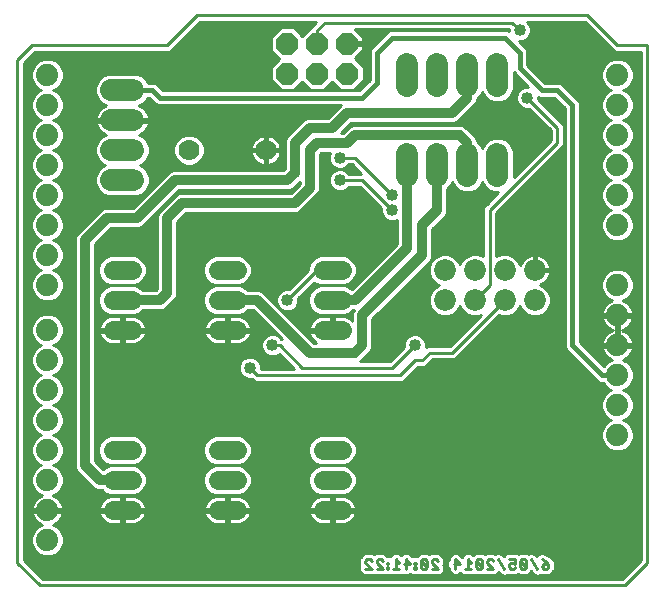
<source format=gbl>
G75*
%MOIN*%
%OFA0B0*%
%FSLAX24Y24*%
%IPPOS*%
%LPD*%
%AMOC8*
5,1,8,0,0,1.08239X$1,22.5*
%
%ADD10C,0.0100*%
%ADD11C,0.0090*%
%ADD12C,0.0740*%
%ADD13C,0.0728*%
%ADD14C,0.0640*%
%ADD15C,0.0700*%
%ADD16OC8,0.0740*%
%ADD17C,0.0740*%
%ADD18C,0.0400*%
%ADD19C,0.0240*%
%ADD20C,0.0320*%
%ADD21C,0.0160*%
D10*
X009083Y010752D02*
X028583Y010752D01*
X029333Y011502D01*
X029333Y028752D01*
X028333Y028752D01*
X027333Y029752D01*
X014333Y029752D01*
X013333Y028752D01*
X008833Y028752D01*
X008333Y028252D01*
X008333Y011502D01*
X009083Y010752D01*
X009174Y010972D02*
X008553Y011593D01*
X008553Y028161D01*
X008924Y028532D01*
X013424Y028532D01*
X014424Y029532D01*
X018302Y029532D01*
X018113Y029343D01*
X018113Y029342D01*
X018110Y029342D01*
X017833Y029066D01*
X017557Y029342D01*
X017110Y029342D01*
X016793Y029026D01*
X016793Y028579D01*
X017070Y028302D01*
X016793Y028026D01*
X016793Y027579D01*
X017110Y027262D01*
X017557Y027262D01*
X017833Y027539D01*
X018110Y027262D01*
X018557Y027262D01*
X018833Y027539D01*
X019110Y027262D01*
X019557Y027262D01*
X019873Y027579D01*
X019873Y028026D01*
X019583Y028317D01*
X019853Y028587D01*
X019853Y028752D01*
X019383Y028752D01*
X019383Y028852D01*
X019853Y028852D01*
X019853Y029018D01*
X019589Y029282D01*
X024713Y029282D01*
X024713Y029219D01*
X024633Y029252D01*
X020784Y029252D01*
X020692Y029214D01*
X020192Y028714D01*
X020121Y028644D01*
X020083Y028552D01*
X020083Y027606D01*
X019730Y027252D01*
X013187Y027252D01*
X013045Y027394D01*
X012975Y027464D01*
X012883Y027502D01*
X012684Y027502D01*
X012661Y027558D01*
X012509Y027710D01*
X012311Y027792D01*
X011356Y027792D01*
X011157Y027710D01*
X011006Y027558D01*
X010923Y027360D01*
X010923Y027145D01*
X011006Y026946D01*
X011157Y026795D01*
X011286Y026741D01*
X011264Y026734D01*
X011191Y026697D01*
X011125Y026649D01*
X011067Y026591D01*
X011019Y026525D01*
X010981Y026452D01*
X010956Y026374D01*
X010945Y026302D01*
X011783Y026302D01*
X011783Y026202D01*
X010945Y026202D01*
X010956Y026131D01*
X010981Y026053D01*
X011019Y025980D01*
X011067Y025914D01*
X011125Y025856D01*
X011191Y025808D01*
X011264Y025770D01*
X011286Y025763D01*
X011157Y025710D01*
X011006Y025558D01*
X010923Y025360D01*
X010923Y025145D01*
X011006Y024946D01*
X011157Y024795D01*
X011259Y024752D01*
X011157Y024710D01*
X011006Y024558D01*
X010923Y024360D01*
X010923Y024145D01*
X011006Y023946D01*
X011157Y023795D01*
X011356Y023712D01*
X012311Y023712D01*
X012509Y023795D01*
X012661Y023946D01*
X012743Y024145D01*
X012743Y024360D01*
X012661Y024558D01*
X012509Y024710D01*
X012407Y024752D01*
X012509Y024795D01*
X012661Y024946D01*
X012743Y025145D01*
X012743Y025360D01*
X012661Y025558D01*
X012509Y025710D01*
X012381Y025763D01*
X012403Y025770D01*
X012476Y025808D01*
X012542Y025856D01*
X012600Y025914D01*
X012648Y025980D01*
X012685Y026053D01*
X012711Y026131D01*
X012722Y026202D01*
X011883Y026202D01*
X011883Y026302D01*
X012722Y026302D01*
X012711Y026374D01*
X012685Y026452D01*
X012648Y026525D01*
X012600Y026591D01*
X012542Y026649D01*
X012476Y026697D01*
X012403Y026734D01*
X012381Y026741D01*
X012509Y026795D01*
X012661Y026946D01*
X012684Y027002D01*
X012730Y027002D01*
X012942Y026790D01*
X013034Y026752D01*
X019117Y026752D01*
X018697Y026332D01*
X018018Y026332D01*
X017896Y026282D01*
X017804Y026189D01*
X017304Y025689D01*
X017253Y025568D01*
X017253Y024639D01*
X017197Y024582D01*
X013518Y024582D01*
X013396Y024532D01*
X013304Y024439D01*
X012197Y023332D01*
X011268Y023332D01*
X011146Y023282D01*
X010396Y022532D01*
X010304Y022439D01*
X010253Y022318D01*
X010253Y014687D01*
X010304Y014565D01*
X010804Y014065D01*
X010896Y013973D01*
X011018Y013922D01*
X011150Y013922D01*
X011236Y013837D01*
X011416Y013762D01*
X012251Y013762D01*
X012431Y013837D01*
X012569Y013975D01*
X012643Y014155D01*
X012643Y014350D01*
X012569Y014530D01*
X012431Y014668D01*
X012251Y014742D01*
X011416Y014742D01*
X011236Y014668D01*
X011185Y014617D01*
X010913Y014889D01*
X010913Y022116D01*
X011470Y022672D01*
X012399Y022672D01*
X012520Y022723D01*
X012613Y022815D01*
X013720Y023922D01*
X017399Y023922D01*
X017520Y023973D01*
X017753Y024206D01*
X017753Y024139D01*
X017447Y023832D01*
X013768Y023832D01*
X013646Y023782D01*
X013554Y023689D01*
X013054Y023189D01*
X013003Y023068D01*
X013003Y020639D01*
X012947Y020582D01*
X012516Y020582D01*
X012431Y020668D01*
X012251Y020742D01*
X011416Y020742D01*
X011236Y020668D01*
X011098Y020530D01*
X011023Y020350D01*
X011023Y020155D01*
X011098Y019975D01*
X011236Y019837D01*
X011416Y019762D01*
X012251Y019762D01*
X012431Y019837D01*
X012516Y019922D01*
X013149Y019922D01*
X013270Y019973D01*
X013520Y020223D01*
X013613Y020315D01*
X013663Y020437D01*
X013663Y022866D01*
X013970Y023172D01*
X017649Y023172D01*
X017770Y023223D01*
X018270Y023723D01*
X018363Y023815D01*
X018413Y023937D01*
X018413Y025116D01*
X018470Y025172D01*
X018753Y025172D01*
X018713Y025076D01*
X018713Y024929D01*
X018770Y024793D01*
X018874Y024689D01*
X019010Y024632D01*
X019157Y024632D01*
X019293Y024689D01*
X019387Y024782D01*
X019492Y024782D01*
X019802Y024472D01*
X019387Y024472D01*
X019293Y024566D01*
X019157Y024622D01*
X019010Y024622D01*
X018874Y024566D01*
X018770Y024462D01*
X018713Y024326D01*
X018713Y024179D01*
X018770Y024043D01*
X018874Y023939D01*
X019010Y023882D01*
X019157Y023882D01*
X019293Y023939D01*
X019387Y024032D01*
X019742Y024032D01*
X020463Y023311D01*
X020463Y023179D01*
X020520Y023043D01*
X020624Y022939D01*
X020760Y022882D01*
X020907Y022882D01*
X021003Y022922D01*
X021003Y022139D01*
X019481Y020617D01*
X019431Y020668D01*
X019251Y020742D01*
X018416Y020742D01*
X018236Y020668D01*
X018098Y020530D01*
X018023Y020350D01*
X018023Y020155D01*
X018098Y019975D01*
X018236Y019837D01*
X018416Y019762D01*
X019251Y019762D01*
X019431Y019837D01*
X019516Y019922D01*
X019547Y019922D01*
X019503Y019818D01*
X019503Y019567D01*
X019460Y019611D01*
X019400Y019654D01*
X019334Y019688D01*
X019263Y019711D01*
X019190Y019722D01*
X018883Y019722D01*
X018883Y019302D01*
X018783Y019302D01*
X018783Y019202D01*
X018045Y019202D01*
X018055Y019142D01*
X018078Y019072D01*
X018111Y019006D01*
X018155Y018946D01*
X018207Y018894D01*
X018267Y018850D01*
X018302Y018832D01*
X018220Y018832D01*
X016613Y020439D01*
X016613Y020439D01*
X016520Y020532D01*
X016399Y020582D01*
X016016Y020582D01*
X015931Y020668D01*
X015751Y020742D01*
X014916Y020742D01*
X014736Y020668D01*
X014598Y020530D01*
X014523Y020350D01*
X014523Y020155D01*
X014598Y019975D01*
X014736Y019837D01*
X014916Y019762D01*
X015751Y019762D01*
X015931Y019837D01*
X016016Y019922D01*
X016197Y019922D01*
X017147Y018972D01*
X017137Y018972D01*
X017043Y019066D01*
X016907Y019122D01*
X016760Y019122D01*
X016624Y019066D01*
X016520Y018962D01*
X016463Y018826D01*
X016463Y018679D01*
X016520Y018543D01*
X016624Y018439D01*
X016760Y018382D01*
X016907Y018382D01*
X017043Y018439D01*
X017064Y018460D01*
X017552Y017972D01*
X016453Y017972D01*
X016453Y018076D01*
X016397Y018212D01*
X016293Y018316D01*
X016157Y018372D01*
X016010Y018372D01*
X015874Y018316D01*
X015770Y018212D01*
X015713Y018076D01*
X015713Y017929D01*
X015770Y017793D01*
X015874Y017689D01*
X016010Y017632D01*
X016142Y017632D01*
X016242Y017532D01*
X021174Y017532D01*
X021674Y018032D01*
X021924Y018032D01*
X022174Y018282D01*
X022924Y018282D01*
X024394Y019752D01*
X024477Y019718D01*
X024690Y019718D01*
X024886Y019800D01*
X025036Y019950D01*
X025083Y020064D01*
X025130Y019950D01*
X025281Y019800D01*
X025477Y019718D01*
X025690Y019718D01*
X025886Y019800D01*
X026036Y019950D01*
X026118Y020146D01*
X026118Y020359D01*
X026036Y020555D01*
X025886Y020705D01*
X025744Y020764D01*
X025781Y020776D01*
X025853Y020813D01*
X025918Y020860D01*
X025976Y020917D01*
X026023Y020983D01*
X026060Y021055D01*
X026085Y021132D01*
X026098Y021212D01*
X026098Y021214D01*
X025622Y021214D01*
X025622Y021291D01*
X026098Y021291D01*
X026098Y021293D01*
X026085Y021373D01*
X026060Y021450D01*
X026023Y021522D01*
X025976Y021587D01*
X025918Y021645D01*
X025853Y021692D01*
X025781Y021729D01*
X025704Y021754D01*
X025624Y021767D01*
X025622Y021767D01*
X025622Y021291D01*
X025545Y021291D01*
X025545Y021767D01*
X025543Y021767D01*
X025463Y021754D01*
X025386Y021729D01*
X025314Y021692D01*
X025248Y021645D01*
X025191Y021587D01*
X025144Y021522D01*
X025107Y021450D01*
X025095Y021413D01*
X025036Y021555D01*
X024886Y021705D01*
X024690Y021787D01*
X024477Y021787D01*
X024303Y021715D01*
X024303Y023161D01*
X026553Y025411D01*
X026553Y026093D01*
X026424Y026222D01*
X025703Y026943D01*
X025703Y027036D01*
X025784Y027002D01*
X026230Y027002D01*
X026583Y026649D01*
X026583Y018703D01*
X026621Y018611D01*
X026692Y018540D01*
X027692Y017540D01*
X027784Y017502D01*
X027852Y017502D01*
X027876Y017446D01*
X028027Y017295D01*
X028129Y017252D01*
X028027Y017210D01*
X027876Y017058D01*
X027793Y016860D01*
X027793Y016645D01*
X027876Y016446D01*
X028027Y016295D01*
X028129Y016252D01*
X028027Y016210D01*
X027876Y016058D01*
X027793Y015860D01*
X027793Y015645D01*
X027876Y015446D01*
X028027Y015295D01*
X028226Y015212D01*
X028441Y015212D01*
X028639Y015295D01*
X028791Y015446D01*
X028873Y015645D01*
X028873Y015860D01*
X028791Y016058D01*
X028639Y016210D01*
X028537Y016252D01*
X028639Y016295D01*
X028791Y016446D01*
X028873Y016645D01*
X028873Y016860D01*
X028791Y017058D01*
X028639Y017210D01*
X028537Y017252D01*
X028639Y017295D01*
X028791Y017446D01*
X028873Y017645D01*
X028873Y017860D01*
X028791Y018058D01*
X028639Y018210D01*
X028511Y018263D01*
X028533Y018270D01*
X028606Y018308D01*
X028672Y018356D01*
X028730Y018414D01*
X028778Y018480D01*
X028815Y018553D01*
X028841Y018631D01*
X028852Y018702D01*
X028383Y018702D01*
X028383Y018802D01*
X028283Y018802D01*
X028283Y018702D01*
X027815Y018702D01*
X027826Y018631D01*
X027851Y018553D01*
X027889Y018480D01*
X027937Y018414D01*
X027995Y018356D01*
X028061Y018308D01*
X028134Y018270D01*
X028156Y018263D01*
X028027Y018210D01*
X027878Y018061D01*
X027083Y018856D01*
X027083Y026802D01*
X027045Y026894D01*
X026475Y027464D01*
X026383Y027502D01*
X025937Y027502D01*
X025333Y028106D01*
X025333Y028552D01*
X025295Y028644D01*
X025225Y028714D01*
X025057Y028882D01*
X025157Y028882D01*
X025293Y028939D01*
X025397Y029043D01*
X025453Y029179D01*
X025453Y029326D01*
X025397Y029462D01*
X025327Y029532D01*
X027242Y029532D01*
X028113Y028661D01*
X028242Y028532D01*
X029113Y028532D01*
X029113Y011593D01*
X028492Y010972D01*
X009174Y010972D01*
X009099Y011048D02*
X028568Y011048D01*
X028666Y011146D02*
X026140Y011146D01*
X026202Y011208D02*
X026253Y011260D01*
X026253Y011542D01*
X026127Y011667D01*
X026123Y011672D01*
X026111Y011708D01*
X026062Y011733D01*
X026024Y011771D01*
X025986Y011771D01*
X025848Y011840D01*
X025679Y011783D01*
X025647Y011719D01*
X025593Y011801D01*
X025418Y011836D01*
X025363Y011799D01*
X025339Y011823D01*
X025249Y011823D01*
X025161Y011823D01*
X025161Y011823D01*
X025058Y011823D01*
X025040Y011805D01*
X025022Y011823D01*
X024637Y011823D01*
X024539Y011724D01*
X024488Y011801D01*
X024313Y011836D01*
X024258Y011799D01*
X024234Y011823D01*
X024146Y011823D01*
X024056Y011823D01*
X024056Y011823D01*
X023953Y011823D01*
X023909Y011779D01*
X023866Y011823D01*
X023776Y011823D01*
X023688Y011823D01*
X023688Y011823D01*
X023584Y011823D01*
X023533Y011771D01*
X023515Y011753D01*
X023446Y011823D01*
X023268Y011823D01*
X023147Y011702D01*
X023026Y011823D01*
X022848Y011823D01*
X022722Y011697D01*
X022722Y011593D01*
X022670Y011542D01*
X022670Y011363D01*
X022722Y011312D01*
X022722Y011208D01*
X022848Y011082D01*
X023026Y011082D01*
X023095Y011152D01*
X023164Y011082D01*
X023549Y011082D01*
X023567Y011100D01*
X023584Y011082D01*
X023672Y011082D01*
X023866Y011082D01*
X023883Y011100D01*
X023901Y011082D01*
X024286Y011082D01*
X024384Y011181D01*
X024436Y011104D01*
X024610Y011069D01*
X024666Y011106D01*
X024689Y011082D01*
X024809Y011082D01*
X024971Y011082D01*
X025014Y011126D01*
X025058Y011082D01*
X025146Y011082D01*
X025339Y011082D01*
X025391Y011134D01*
X025469Y011212D01*
X025541Y011104D01*
X025715Y011069D01*
X025771Y011106D01*
X025794Y011082D01*
X025884Y011082D01*
X026076Y011082D01*
X026202Y011208D01*
X026238Y011245D02*
X028765Y011245D01*
X028863Y011343D02*
X026253Y011343D01*
X026253Y011442D02*
X028962Y011442D01*
X029060Y011540D02*
X026253Y011540D01*
X026156Y011639D02*
X029113Y011639D01*
X029113Y011737D02*
X026058Y011737D01*
X026127Y011667D02*
X026127Y011667D01*
X025856Y011836D02*
X029113Y011836D01*
X029113Y011934D02*
X009779Y011934D01*
X009791Y011946D02*
X009873Y012145D01*
X009873Y012360D01*
X009791Y012558D01*
X009639Y012710D01*
X009511Y012763D01*
X009533Y012770D01*
X009606Y012808D01*
X009672Y012856D01*
X009730Y012914D01*
X009778Y012980D01*
X009815Y013053D01*
X009841Y013131D01*
X009852Y013202D01*
X009383Y013202D01*
X009383Y013302D01*
X009852Y013302D01*
X009841Y013374D01*
X009815Y013452D01*
X009778Y013525D01*
X009730Y013591D01*
X009672Y013649D01*
X009606Y013697D01*
X009533Y013734D01*
X009511Y013741D01*
X009639Y013795D01*
X009791Y013946D01*
X009873Y014145D01*
X009873Y014360D01*
X009791Y014558D01*
X009639Y014710D01*
X009537Y014752D01*
X009639Y014795D01*
X009791Y014946D01*
X009873Y015145D01*
X009873Y015360D01*
X009791Y015558D01*
X009639Y015710D01*
X009537Y015752D01*
X009639Y015795D01*
X009791Y015946D01*
X009873Y016145D01*
X009873Y016360D01*
X009791Y016558D01*
X009639Y016710D01*
X009537Y016752D01*
X009639Y016795D01*
X009791Y016946D01*
X009873Y017145D01*
X009873Y017360D01*
X009791Y017558D01*
X009639Y017710D01*
X009537Y017752D01*
X009639Y017795D01*
X009791Y017946D01*
X009873Y018145D01*
X009873Y018360D01*
X009791Y018558D01*
X009639Y018710D01*
X009537Y018752D01*
X009639Y018795D01*
X009791Y018946D01*
X009873Y019145D01*
X009873Y019360D01*
X009791Y019558D01*
X009639Y019710D01*
X009441Y019792D01*
X009226Y019792D01*
X009027Y019710D01*
X008876Y019558D01*
X008793Y019360D01*
X008793Y019145D01*
X008876Y018946D01*
X009027Y018795D01*
X009129Y018752D01*
X009027Y018710D01*
X008876Y018558D01*
X008793Y018360D01*
X008793Y018145D01*
X008876Y017946D01*
X009027Y017795D01*
X009129Y017752D01*
X009027Y017710D01*
X008876Y017558D01*
X008793Y017360D01*
X008793Y017145D01*
X008876Y016946D01*
X009027Y016795D01*
X009129Y016752D01*
X009027Y016710D01*
X008876Y016558D01*
X008793Y016360D01*
X008793Y016145D01*
X008876Y015946D01*
X009027Y015795D01*
X009129Y015752D01*
X009027Y015710D01*
X008876Y015558D01*
X008793Y015360D01*
X008793Y015145D01*
X008876Y014946D01*
X009027Y014795D01*
X009129Y014752D01*
X009027Y014710D01*
X008876Y014558D01*
X008793Y014360D01*
X008793Y014145D01*
X008876Y013946D01*
X009027Y013795D01*
X009156Y013741D01*
X009134Y013734D01*
X009061Y013697D01*
X008995Y013649D01*
X008937Y013591D01*
X008889Y013525D01*
X008851Y013452D01*
X008826Y013374D01*
X008815Y013302D01*
X009283Y013302D01*
X009283Y013202D01*
X008815Y013202D01*
X008826Y013131D01*
X008851Y013053D01*
X008889Y012980D01*
X008937Y012914D01*
X008995Y012856D01*
X009061Y012808D01*
X009134Y012770D01*
X009156Y012763D01*
X009027Y012710D01*
X008876Y012558D01*
X008793Y012360D01*
X008793Y012145D01*
X008876Y011946D01*
X009027Y011795D01*
X009226Y011712D01*
X009441Y011712D01*
X009639Y011795D01*
X009791Y011946D01*
X009827Y012033D02*
X029113Y012033D01*
X029113Y012131D02*
X009868Y012131D01*
X009873Y012230D02*
X029113Y012230D01*
X029113Y012328D02*
X009873Y012328D01*
X009846Y012427D02*
X029113Y012427D01*
X029113Y012525D02*
X009805Y012525D01*
X009726Y012624D02*
X029113Y012624D01*
X029113Y012722D02*
X009610Y012722D01*
X009624Y012821D02*
X011325Y012821D01*
X011333Y012817D02*
X011403Y012794D01*
X011476Y012782D01*
X011783Y012782D01*
X011783Y013202D01*
X011883Y013202D01*
X011883Y012782D01*
X012190Y012782D01*
X012263Y012794D01*
X012334Y012817D01*
X012400Y012850D01*
X012460Y012894D01*
X012512Y012946D01*
X012555Y013006D01*
X012589Y013072D01*
X012612Y013142D01*
X012621Y013202D01*
X011883Y013202D01*
X011883Y013302D01*
X011783Y013302D01*
X011783Y013202D01*
X011045Y013202D01*
X011055Y013142D01*
X011078Y013072D01*
X011111Y013006D01*
X011155Y012946D01*
X011207Y012894D01*
X011267Y012850D01*
X011333Y012817D01*
X011182Y012919D02*
X009734Y012919D01*
X009797Y013018D02*
X011105Y013018D01*
X011063Y013116D02*
X009836Y013116D01*
X009850Y013313D02*
X011047Y013313D01*
X011045Y013302D02*
X011783Y013302D01*
X011783Y013722D01*
X011476Y013722D01*
X011403Y013711D01*
X011333Y013688D01*
X011267Y013654D01*
X011207Y013611D01*
X011155Y013559D01*
X011111Y013499D01*
X011078Y013433D01*
X011055Y013362D01*
X011045Y013302D01*
X011071Y013412D02*
X009828Y013412D01*
X009785Y013510D02*
X011120Y013510D01*
X011205Y013609D02*
X009712Y013609D01*
X009586Y013707D02*
X011393Y013707D01*
X011311Y013806D02*
X009651Y013806D01*
X009749Y013904D02*
X011168Y013904D01*
X010866Y014003D02*
X009814Y014003D01*
X009855Y014101D02*
X010768Y014101D01*
X010669Y014200D02*
X009873Y014200D01*
X009873Y014298D02*
X010571Y014298D01*
X010472Y014397D02*
X009858Y014397D01*
X009817Y014495D02*
X010374Y014495D01*
X010292Y014594D02*
X009755Y014594D01*
X009657Y014692D02*
X010253Y014692D01*
X010253Y014791D02*
X009630Y014791D01*
X009734Y014889D02*
X010253Y014889D01*
X010253Y014988D02*
X009808Y014988D01*
X009849Y015086D02*
X010253Y015086D01*
X010253Y015185D02*
X009873Y015185D01*
X009873Y015283D02*
X010253Y015283D01*
X010253Y015382D02*
X009864Y015382D01*
X009823Y015480D02*
X010253Y015480D01*
X010253Y015579D02*
X009770Y015579D01*
X009672Y015677D02*
X010253Y015677D01*
X010253Y015776D02*
X009594Y015776D01*
X009719Y015874D02*
X010253Y015874D01*
X010253Y015973D02*
X009802Y015973D01*
X009843Y016071D02*
X010253Y016071D01*
X010253Y016170D02*
X009873Y016170D01*
X009873Y016268D02*
X010253Y016268D01*
X010253Y016367D02*
X009870Y016367D01*
X009830Y016465D02*
X010253Y016465D01*
X010253Y016564D02*
X009785Y016564D01*
X009687Y016662D02*
X010253Y016662D01*
X010253Y016761D02*
X009558Y016761D01*
X009704Y016859D02*
X010253Y016859D01*
X010253Y016958D02*
X009796Y016958D01*
X009837Y017056D02*
X010253Y017056D01*
X010253Y017155D02*
X009873Y017155D01*
X009873Y017253D02*
X010253Y017253D01*
X010253Y017352D02*
X009873Y017352D01*
X009836Y017450D02*
X010253Y017450D01*
X010253Y017549D02*
X009795Y017549D01*
X009702Y017647D02*
X010253Y017647D01*
X010253Y017746D02*
X009553Y017746D01*
X009689Y017844D02*
X010253Y017844D01*
X010253Y017943D02*
X009788Y017943D01*
X009830Y018041D02*
X010253Y018041D01*
X010253Y018140D02*
X009871Y018140D01*
X009873Y018238D02*
X010253Y018238D01*
X010253Y018337D02*
X009873Y018337D01*
X009842Y018435D02*
X010253Y018435D01*
X010253Y018534D02*
X009801Y018534D01*
X009717Y018632D02*
X010253Y018632D01*
X010253Y018731D02*
X009589Y018731D01*
X009674Y018829D02*
X010253Y018829D01*
X010253Y018928D02*
X009773Y018928D01*
X009824Y019026D02*
X010253Y019026D01*
X010253Y019125D02*
X009865Y019125D01*
X009873Y019223D02*
X010253Y019223D01*
X010253Y019322D02*
X009873Y019322D01*
X009848Y019420D02*
X010253Y019420D01*
X010253Y019519D02*
X009807Y019519D01*
X009732Y019617D02*
X010253Y019617D01*
X010253Y019716D02*
X009625Y019716D01*
X009441Y020212D02*
X009639Y020295D01*
X009791Y020446D01*
X009873Y020645D01*
X009873Y020860D01*
X009791Y021058D01*
X009639Y021210D01*
X009537Y021252D01*
X009639Y021295D01*
X009791Y021446D01*
X009873Y021645D01*
X009873Y021860D01*
X009791Y022058D01*
X009639Y022210D01*
X009537Y022252D01*
X009639Y022295D01*
X009791Y022446D01*
X009873Y022645D01*
X009873Y022860D01*
X009791Y023058D01*
X009639Y023210D01*
X009537Y023252D01*
X009639Y023295D01*
X009791Y023446D01*
X009873Y023645D01*
X009873Y023860D01*
X009791Y024058D01*
X009639Y024210D01*
X009537Y024252D01*
X009639Y024295D01*
X009791Y024446D01*
X009873Y024645D01*
X009873Y024860D01*
X009791Y025058D01*
X009639Y025210D01*
X009537Y025252D01*
X009639Y025295D01*
X009791Y025446D01*
X009873Y025645D01*
X009873Y025860D01*
X009791Y026058D01*
X009639Y026210D01*
X009537Y026252D01*
X009639Y026295D01*
X009791Y026446D01*
X009873Y026645D01*
X009873Y026860D01*
X009791Y027058D01*
X009639Y027210D01*
X009537Y027252D01*
X009639Y027295D01*
X009791Y027446D01*
X009873Y027645D01*
X009873Y027860D01*
X009791Y028058D01*
X009639Y028210D01*
X009441Y028292D01*
X009226Y028292D01*
X009027Y028210D01*
X008876Y028058D01*
X008793Y027860D01*
X008793Y027645D01*
X008876Y027446D01*
X009027Y027295D01*
X009129Y027252D01*
X009027Y027210D01*
X008876Y027058D01*
X008793Y026860D01*
X008793Y026645D01*
X008876Y026446D01*
X009027Y026295D01*
X009129Y026252D01*
X009027Y026210D01*
X008876Y026058D01*
X008793Y025860D01*
X008793Y025645D01*
X008876Y025446D01*
X009027Y025295D01*
X009129Y025252D01*
X009027Y025210D01*
X008876Y025058D01*
X008793Y024860D01*
X008793Y024645D01*
X008876Y024446D01*
X009027Y024295D01*
X009129Y024252D01*
X009027Y024210D01*
X008876Y024058D01*
X008793Y023860D01*
X008793Y023645D01*
X008876Y023446D01*
X009027Y023295D01*
X009129Y023252D01*
X009027Y023210D01*
X008876Y023058D01*
X008793Y022860D01*
X008793Y022645D01*
X008876Y022446D01*
X009027Y022295D01*
X009129Y022252D01*
X009027Y022210D01*
X008876Y022058D01*
X008793Y021860D01*
X008793Y021645D01*
X008876Y021446D01*
X009027Y021295D01*
X009129Y021252D01*
X009027Y021210D01*
X008876Y021058D01*
X008793Y020860D01*
X008793Y020645D01*
X008876Y020446D01*
X009027Y020295D01*
X009226Y020212D01*
X009441Y020212D01*
X009652Y020307D02*
X010253Y020307D01*
X010253Y020405D02*
X009750Y020405D01*
X009815Y020504D02*
X010253Y020504D01*
X010253Y020602D02*
X009856Y020602D01*
X009873Y020701D02*
X010253Y020701D01*
X010253Y020799D02*
X009873Y020799D01*
X009858Y020898D02*
X010253Y020898D01*
X010253Y020996D02*
X009817Y020996D01*
X009754Y021095D02*
X010253Y021095D01*
X010253Y021193D02*
X009656Y021193D01*
X009633Y021292D02*
X010253Y021292D01*
X010253Y021390D02*
X009735Y021390D01*
X009809Y021489D02*
X010253Y021489D01*
X010253Y021587D02*
X009849Y021587D01*
X009873Y021686D02*
X010253Y021686D01*
X010253Y021784D02*
X009873Y021784D01*
X009864Y021883D02*
X010253Y021883D01*
X010253Y021981D02*
X009823Y021981D01*
X009769Y022080D02*
X010253Y022080D01*
X010253Y022178D02*
X009671Y022178D01*
X009597Y022277D02*
X010253Y022277D01*
X010277Y022375D02*
X009720Y022375D01*
X009802Y022474D02*
X010338Y022474D01*
X010437Y022572D02*
X009843Y022572D01*
X009873Y022671D02*
X010535Y022671D01*
X010634Y022769D02*
X009873Y022769D01*
X009870Y022868D02*
X010732Y022868D01*
X010831Y022966D02*
X009829Y022966D01*
X009784Y023065D02*
X010929Y023065D01*
X011028Y023163D02*
X009686Y023163D01*
X009560Y023262D02*
X011126Y023262D01*
X011254Y023754D02*
X009873Y023754D01*
X009873Y023656D02*
X012520Y023656D01*
X012422Y023557D02*
X009837Y023557D01*
X009796Y023459D02*
X012323Y023459D01*
X012225Y023360D02*
X009705Y023360D01*
X009873Y023853D02*
X011099Y023853D01*
X011004Y023951D02*
X009835Y023951D01*
X009795Y024050D02*
X010963Y024050D01*
X010923Y024148D02*
X009701Y024148D01*
X009551Y024247D02*
X010923Y024247D01*
X010923Y024345D02*
X009690Y024345D01*
X009789Y024444D02*
X010958Y024444D01*
X010999Y024542D02*
X009831Y024542D01*
X009872Y024641D02*
X011088Y024641D01*
X011228Y024739D02*
X009873Y024739D01*
X009873Y024838D02*
X011114Y024838D01*
X011016Y024936D02*
X009842Y024936D01*
X009801Y025035D02*
X010969Y025035D01*
X010928Y025133D02*
X009716Y025133D01*
X009587Y025232D02*
X010923Y025232D01*
X010923Y025330D02*
X009675Y025330D01*
X009774Y025429D02*
X010952Y025429D01*
X010993Y025527D02*
X009825Y025527D01*
X009865Y025626D02*
X011073Y025626D01*
X011192Y025724D02*
X009873Y025724D01*
X009873Y025823D02*
X011170Y025823D01*
X011061Y025921D02*
X009848Y025921D01*
X009807Y026020D02*
X010998Y026020D01*
X010960Y026118D02*
X009731Y026118D01*
X009623Y026217D02*
X011783Y026217D01*
X011883Y026217D02*
X017831Y026217D01*
X017733Y026118D02*
X012707Y026118D01*
X012668Y026020D02*
X017634Y026020D01*
X017536Y025921D02*
X012606Y025921D01*
X012497Y025823D02*
X017437Y025823D01*
X017339Y025724D02*
X016778Y025724D01*
X016805Y025716D02*
X016730Y025740D01*
X016652Y025752D01*
X016651Y025752D01*
X016651Y025291D01*
X016574Y025291D01*
X016574Y025214D01*
X016113Y025214D01*
X016113Y025213D01*
X016125Y025135D01*
X016149Y025060D01*
X016185Y024990D01*
X016231Y024927D01*
X016287Y024871D01*
X016351Y024825D01*
X016421Y024789D01*
X016496Y024765D01*
X016574Y024752D01*
X016574Y025214D01*
X016651Y025214D01*
X016651Y024752D01*
X016652Y024752D01*
X016730Y024765D01*
X016805Y024789D01*
X016875Y024825D01*
X016939Y024871D01*
X016994Y024927D01*
X017040Y024990D01*
X017076Y025060D01*
X017101Y025135D01*
X017113Y025213D01*
X017113Y025214D01*
X016651Y025214D01*
X016651Y025291D01*
X017113Y025291D01*
X017113Y025292D01*
X017101Y025369D01*
X017076Y025444D01*
X017040Y025514D01*
X016994Y025578D01*
X016939Y025634D01*
X016875Y025680D01*
X016805Y025716D01*
X016651Y025724D02*
X016574Y025724D01*
X016574Y025752D02*
X016574Y025752D01*
X016574Y025291D01*
X016113Y025291D01*
X016113Y025292D01*
X016125Y025369D01*
X016149Y025444D01*
X016185Y025514D01*
X016231Y025578D01*
X016287Y025634D01*
X016351Y025680D01*
X016421Y025716D01*
X016496Y025740D01*
X016574Y025752D01*
X016574Y025626D02*
X016651Y025626D01*
X016651Y025527D02*
X016574Y025527D01*
X016574Y025429D02*
X016651Y025429D01*
X016651Y025330D02*
X016574Y025330D01*
X016574Y025232D02*
X014574Y025232D01*
X014574Y025149D02*
X014495Y024958D01*
X014348Y024812D01*
X014157Y024732D01*
X013950Y024732D01*
X013759Y024812D01*
X013613Y024958D01*
X013534Y025149D01*
X013534Y025356D01*
X013613Y025547D01*
X013759Y025693D01*
X013950Y025772D01*
X014157Y025772D01*
X014348Y025693D01*
X014495Y025547D01*
X014574Y025356D01*
X014574Y025149D01*
X014567Y025133D02*
X016126Y025133D01*
X016163Y025035D02*
X014527Y025035D01*
X014473Y024936D02*
X016224Y024936D01*
X016333Y024838D02*
X014375Y024838D01*
X014174Y024739D02*
X017253Y024739D01*
X017253Y024641D02*
X012578Y024641D01*
X012668Y024542D02*
X013421Y024542D01*
X013308Y024444D02*
X012708Y024444D01*
X012743Y024345D02*
X013210Y024345D01*
X013304Y024439D02*
X013304Y024439D01*
X013111Y024247D02*
X012743Y024247D01*
X012743Y024148D02*
X013013Y024148D01*
X012914Y024050D02*
X012704Y024050D01*
X012663Y023951D02*
X012816Y023951D01*
X012717Y023853D02*
X012568Y023853D01*
X012619Y023754D02*
X012412Y023754D01*
X012961Y023163D02*
X013043Y023163D01*
X013060Y023262D02*
X013126Y023262D01*
X013158Y023360D02*
X013225Y023360D01*
X013257Y023459D02*
X013323Y023459D01*
X013355Y023557D02*
X013422Y023557D01*
X013454Y023656D02*
X013520Y023656D01*
X013552Y023754D02*
X013619Y023754D01*
X013651Y023853D02*
X017467Y023853D01*
X017469Y023951D02*
X017566Y023951D01*
X017598Y024050D02*
X017664Y024050D01*
X017696Y024148D02*
X017753Y024148D01*
X018413Y024148D02*
X018726Y024148D01*
X018713Y024247D02*
X018413Y024247D01*
X018413Y024345D02*
X018721Y024345D01*
X018762Y024444D02*
X018413Y024444D01*
X018413Y024542D02*
X018850Y024542D01*
X018989Y024641D02*
X018413Y024641D01*
X018413Y024739D02*
X018823Y024739D01*
X018751Y024838D02*
X018413Y024838D01*
X018413Y024936D02*
X018713Y024936D01*
X018713Y025035D02*
X018413Y025035D01*
X018431Y025133D02*
X018737Y025133D01*
X019083Y025002D02*
X019583Y025002D01*
X020833Y023752D01*
X020833Y023252D02*
X019833Y024252D01*
X019083Y024252D01*
X019317Y024542D02*
X019732Y024542D01*
X019634Y024641D02*
X019178Y024641D01*
X019344Y024739D02*
X019535Y024739D01*
X019306Y023951D02*
X019823Y023951D01*
X019922Y023853D02*
X018379Y023853D01*
X018413Y023951D02*
X018861Y023951D01*
X018767Y024050D02*
X018413Y024050D01*
X018302Y023754D02*
X020020Y023754D01*
X020119Y023656D02*
X018204Y023656D01*
X018105Y023557D02*
X020217Y023557D01*
X020316Y023459D02*
X018007Y023459D01*
X017908Y023360D02*
X020414Y023360D01*
X020463Y023262D02*
X017810Y023262D01*
X018416Y021742D02*
X018236Y021668D01*
X018098Y021530D01*
X018023Y021350D01*
X018023Y021253D01*
X017392Y020622D01*
X017260Y020622D01*
X017124Y020566D01*
X017020Y020462D01*
X016963Y020326D01*
X016963Y020179D01*
X017020Y020043D01*
X017124Y019939D01*
X017260Y019882D01*
X017407Y019882D01*
X017543Y019939D01*
X017647Y020043D01*
X017703Y020179D01*
X017703Y020311D01*
X018232Y020840D01*
X018236Y020837D01*
X018416Y020762D01*
X019251Y020762D01*
X019431Y020837D01*
X019569Y020975D01*
X019643Y021155D01*
X019643Y021350D01*
X019569Y021530D01*
X019431Y021668D01*
X019251Y021742D01*
X018416Y021742D01*
X018280Y021686D02*
X015887Y021686D01*
X015931Y021668D02*
X015751Y021742D01*
X014916Y021742D01*
X014736Y021668D01*
X014598Y021530D01*
X014523Y021350D01*
X014523Y021155D01*
X014598Y020975D01*
X014736Y020837D01*
X014916Y020762D01*
X015751Y020762D01*
X015931Y020837D01*
X016069Y020975D01*
X016143Y021155D01*
X016143Y021350D01*
X016069Y021530D01*
X015931Y021668D01*
X016011Y021587D02*
X018155Y021587D01*
X018081Y021489D02*
X016086Y021489D01*
X016127Y021390D02*
X018040Y021390D01*
X018023Y021292D02*
X016143Y021292D01*
X016143Y021193D02*
X017963Y021193D01*
X017865Y021095D02*
X016118Y021095D01*
X016078Y020996D02*
X017766Y020996D01*
X017668Y020898D02*
X015992Y020898D01*
X015840Y020799D02*
X017569Y020799D01*
X017471Y020701D02*
X015851Y020701D01*
X015996Y020602D02*
X017212Y020602D01*
X017062Y020504D02*
X016548Y020504D01*
X016647Y020405D02*
X016996Y020405D01*
X016963Y020307D02*
X016745Y020307D01*
X016844Y020208D02*
X016963Y020208D01*
X016942Y020110D02*
X016992Y020110D01*
X017041Y020011D02*
X017051Y020011D01*
X017139Y019913D02*
X017186Y019913D01*
X017238Y019814D02*
X018290Y019814D01*
X018333Y019688D02*
X018267Y019654D01*
X018207Y019611D01*
X018155Y019559D01*
X018111Y019499D01*
X018078Y019433D01*
X018055Y019362D01*
X018045Y019302D01*
X018783Y019302D01*
X018783Y019722D01*
X018476Y019722D01*
X018403Y019711D01*
X018333Y019688D01*
X018435Y019716D02*
X017336Y019716D01*
X017435Y019617D02*
X018216Y019617D01*
X018126Y019519D02*
X017533Y019519D01*
X017632Y019420D02*
X018074Y019420D01*
X018048Y019322D02*
X017730Y019322D01*
X017829Y019223D02*
X018783Y019223D01*
X018783Y019322D02*
X018883Y019322D01*
X018883Y019420D02*
X018783Y019420D01*
X018783Y019519D02*
X018883Y019519D01*
X018883Y019617D02*
X018783Y019617D01*
X018783Y019716D02*
X018883Y019716D01*
X019231Y019716D02*
X019503Y019716D01*
X019503Y019814D02*
X019376Y019814D01*
X019507Y019913D02*
X019543Y019913D01*
X019503Y019617D02*
X019451Y019617D01*
X020163Y019616D02*
X022020Y021473D01*
X022113Y021565D01*
X022163Y021687D01*
X022163Y022616D01*
X022613Y023065D01*
X022663Y023187D01*
X022663Y023949D01*
X022791Y024076D01*
X022833Y024178D01*
X022876Y024076D01*
X023027Y023925D01*
X023226Y023842D01*
X023441Y023842D01*
X023639Y023925D01*
X023791Y024076D01*
X023833Y024178D01*
X023876Y024076D01*
X024027Y023925D01*
X024226Y023842D01*
X024362Y023842D01*
X023992Y023472D01*
X023863Y023343D01*
X023863Y021715D01*
X023690Y021787D01*
X023477Y021787D01*
X023281Y021705D01*
X023130Y021555D01*
X023083Y021441D01*
X023036Y021555D01*
X022886Y021705D01*
X022690Y021787D01*
X022477Y021787D01*
X022281Y021705D01*
X022130Y021555D01*
X022049Y021359D01*
X022049Y021146D01*
X022130Y020950D01*
X022281Y020800D01*
X022395Y020752D01*
X022281Y020705D01*
X022130Y020555D01*
X022049Y020359D01*
X022049Y020146D01*
X022130Y019950D01*
X022281Y019800D01*
X022477Y019718D01*
X022690Y019718D01*
X022886Y019800D01*
X023036Y019950D01*
X023083Y020064D01*
X023130Y019950D01*
X023281Y019800D01*
X023477Y019718D01*
X023690Y019718D01*
X023772Y019752D01*
X022742Y018722D01*
X021992Y018722D01*
X021953Y018683D01*
X021953Y018826D01*
X021897Y018962D01*
X021793Y019066D01*
X021657Y019122D01*
X021510Y019122D01*
X021374Y019066D01*
X021270Y018962D01*
X021213Y018826D01*
X021213Y018693D01*
X020742Y018222D01*
X019770Y018222D01*
X019770Y018223D01*
X020020Y018473D01*
X020113Y018565D01*
X020163Y018687D01*
X020163Y019616D01*
X020165Y019617D02*
X023637Y019617D01*
X023539Y019519D02*
X020163Y019519D01*
X020163Y019420D02*
X023440Y019420D01*
X023342Y019322D02*
X020163Y019322D01*
X020163Y019223D02*
X023243Y019223D01*
X023145Y019125D02*
X020163Y019125D01*
X020163Y019026D02*
X021334Y019026D01*
X021256Y018928D02*
X020163Y018928D01*
X020163Y018829D02*
X021215Y018829D01*
X021213Y018731D02*
X020163Y018731D01*
X020141Y018632D02*
X021152Y018632D01*
X021054Y018534D02*
X020082Y018534D01*
X019983Y018435D02*
X020955Y018435D01*
X020857Y018337D02*
X019885Y018337D01*
X019786Y018238D02*
X020758Y018238D01*
X020833Y018002D02*
X021583Y018752D01*
X021833Y019026D02*
X023046Y019026D01*
X022948Y018928D02*
X021911Y018928D01*
X021952Y018829D02*
X022849Y018829D01*
X022751Y018731D02*
X021953Y018731D01*
X022083Y018502D02*
X021833Y018252D01*
X021583Y018252D01*
X021083Y017752D01*
X016333Y017752D01*
X016083Y018002D01*
X015817Y017746D02*
X010913Y017746D01*
X010913Y017844D02*
X015748Y017844D01*
X015713Y017943D02*
X010913Y017943D01*
X010913Y018041D02*
X015713Y018041D01*
X015740Y018140D02*
X010913Y018140D01*
X010913Y018238D02*
X015796Y018238D01*
X015924Y018337D02*
X010913Y018337D01*
X010913Y018435D02*
X016632Y018435D01*
X016529Y018534D02*
X010913Y018534D01*
X010913Y018632D02*
X016483Y018632D01*
X016463Y018731D02*
X010913Y018731D01*
X010913Y018829D02*
X011308Y018829D01*
X011333Y018817D02*
X011403Y018794D01*
X011476Y018782D01*
X011783Y018782D01*
X011783Y019202D01*
X011883Y019202D01*
X011883Y018782D01*
X012190Y018782D01*
X012263Y018794D01*
X012334Y018817D01*
X012400Y018850D01*
X012460Y018894D01*
X012512Y018946D01*
X012555Y019006D01*
X012589Y019072D01*
X012612Y019142D01*
X012621Y019202D01*
X011883Y019202D01*
X011883Y019302D01*
X011783Y019302D01*
X011783Y019202D01*
X011045Y019202D01*
X011055Y019142D01*
X011078Y019072D01*
X011111Y019006D01*
X011155Y018946D01*
X011207Y018894D01*
X011267Y018850D01*
X011333Y018817D01*
X011173Y018928D02*
X010913Y018928D01*
X010913Y019026D02*
X011101Y019026D01*
X011061Y019125D02*
X010913Y019125D01*
X010913Y019223D02*
X011783Y019223D01*
X011783Y019302D02*
X011045Y019302D01*
X011055Y019362D01*
X011078Y019433D01*
X011111Y019499D01*
X011155Y019559D01*
X011207Y019611D01*
X011267Y019654D01*
X011333Y019688D01*
X011403Y019711D01*
X011476Y019722D01*
X011783Y019722D01*
X011783Y019302D01*
X011783Y019322D02*
X011883Y019322D01*
X011883Y019302D02*
X011883Y019722D01*
X012190Y019722D01*
X012263Y019711D01*
X012334Y019688D01*
X012400Y019654D01*
X012460Y019611D01*
X012512Y019559D01*
X012555Y019499D01*
X012589Y019433D01*
X012612Y019362D01*
X012621Y019302D01*
X011883Y019302D01*
X011883Y019223D02*
X015283Y019223D01*
X015283Y019202D02*
X014545Y019202D01*
X014555Y019142D01*
X014578Y019072D01*
X014611Y019006D01*
X014655Y018946D01*
X014707Y018894D01*
X014767Y018850D01*
X014833Y018817D01*
X014903Y018794D01*
X014976Y018782D01*
X015283Y018782D01*
X015283Y019202D01*
X015383Y019202D01*
X015383Y018782D01*
X015690Y018782D01*
X015763Y018794D01*
X015834Y018817D01*
X015900Y018850D01*
X015960Y018894D01*
X016012Y018946D01*
X016055Y019006D01*
X016089Y019072D01*
X016112Y019142D01*
X016121Y019202D01*
X015383Y019202D01*
X015383Y019302D01*
X015283Y019302D01*
X015283Y019202D01*
X015283Y019125D02*
X015383Y019125D01*
X015383Y019223D02*
X016896Y019223D01*
X016994Y019125D02*
X016106Y019125D01*
X016066Y019026D02*
X016584Y019026D01*
X016506Y018928D02*
X015994Y018928D01*
X015858Y018829D02*
X016465Y018829D01*
X016833Y018752D02*
X017083Y018752D01*
X017833Y018002D01*
X020833Y018002D01*
X021191Y017549D02*
X027683Y017549D01*
X027585Y017647D02*
X021289Y017647D01*
X021388Y017746D02*
X027486Y017746D01*
X027388Y017844D02*
X021486Y017844D01*
X021585Y017943D02*
X027289Y017943D01*
X027191Y018041D02*
X021933Y018041D01*
X022032Y018140D02*
X027092Y018140D01*
X026994Y018238D02*
X022130Y018238D01*
X022083Y018502D02*
X022833Y018502D01*
X024583Y020252D01*
X025062Y020011D02*
X025105Y020011D01*
X025167Y019913D02*
X024999Y019913D01*
X024901Y019814D02*
X025266Y019814D01*
X025901Y019814D02*
X026583Y019814D01*
X026583Y019716D02*
X024358Y019716D01*
X024259Y019617D02*
X026583Y019617D01*
X026583Y019519D02*
X024161Y019519D01*
X024062Y019420D02*
X026583Y019420D01*
X026583Y019322D02*
X023964Y019322D01*
X023865Y019223D02*
X026583Y019223D01*
X026583Y019125D02*
X023767Y019125D01*
X023668Y019026D02*
X026583Y019026D01*
X026583Y018928D02*
X023570Y018928D01*
X023471Y018829D02*
X026583Y018829D01*
X026583Y018731D02*
X023373Y018731D01*
X023274Y018632D02*
X026612Y018632D01*
X026698Y018534D02*
X023176Y018534D01*
X023077Y018435D02*
X026797Y018435D01*
X026895Y018337D02*
X022979Y018337D01*
X022901Y019814D02*
X023266Y019814D01*
X023167Y019913D02*
X022999Y019913D01*
X023062Y020011D02*
X023105Y020011D01*
X023583Y020252D02*
X024083Y020752D01*
X024083Y023252D01*
X026333Y025502D01*
X026333Y026002D01*
X025333Y027002D01*
X024963Y027005D02*
X024720Y027005D01*
X024791Y027076D02*
X024873Y027275D01*
X024873Y027859D01*
X025360Y027372D01*
X025260Y027372D01*
X025124Y027316D01*
X025020Y027212D01*
X024963Y027076D01*
X024963Y026929D01*
X025020Y026793D01*
X025124Y026689D01*
X025260Y026632D01*
X025392Y026632D01*
X026113Y025911D01*
X026113Y025593D01*
X024873Y024353D01*
X024873Y025230D01*
X024791Y025428D01*
X024639Y025580D01*
X024441Y025662D01*
X024226Y025662D01*
X024027Y025580D01*
X023876Y025428D01*
X023833Y025326D01*
X023791Y025428D01*
X023663Y025556D01*
X023663Y025568D01*
X023613Y025689D01*
X023520Y025782D01*
X023270Y026032D01*
X023149Y026082D01*
X019518Y026082D01*
X019396Y026032D01*
X019197Y025832D01*
X019130Y025832D01*
X019470Y026172D01*
X022899Y026172D01*
X023020Y026223D01*
X023113Y026315D01*
X025709Y026315D01*
X025808Y026217D02*
X023006Y026217D01*
X023113Y026315D02*
X023613Y026815D01*
X023663Y026937D01*
X023663Y026949D01*
X023791Y027076D01*
X023833Y027178D01*
X023876Y027076D01*
X024027Y026925D01*
X024226Y026842D01*
X024441Y026842D01*
X024639Y026925D01*
X024791Y027076D01*
X024802Y027103D02*
X024975Y027103D01*
X025016Y027202D02*
X024843Y027202D01*
X024873Y027300D02*
X025108Y027300D01*
X025235Y027497D02*
X024873Y027497D01*
X024873Y027399D02*
X025333Y027399D01*
X025136Y027596D02*
X024873Y027596D01*
X024873Y027694D02*
X025038Y027694D01*
X024939Y027793D02*
X024873Y027793D01*
X025351Y028088D02*
X027906Y028088D01*
X027876Y028058D02*
X027793Y027860D01*
X027793Y027645D01*
X027876Y027446D01*
X028027Y027295D01*
X028129Y027252D01*
X028027Y027210D01*
X027876Y027058D01*
X027793Y026860D01*
X027793Y026645D01*
X027876Y026446D01*
X028027Y026295D01*
X028129Y026252D01*
X028027Y026210D01*
X027876Y026058D01*
X027793Y025860D01*
X027793Y025645D01*
X027876Y025446D01*
X028027Y025295D01*
X028129Y025252D01*
X028027Y025210D01*
X027876Y025058D01*
X027793Y024860D01*
X027793Y024645D01*
X027876Y024446D01*
X028027Y024295D01*
X028129Y024252D01*
X028027Y024210D01*
X027876Y024058D01*
X027793Y023860D01*
X027793Y023645D01*
X027876Y023446D01*
X028027Y023295D01*
X028129Y023252D01*
X028027Y023210D01*
X027876Y023058D01*
X027793Y022860D01*
X027793Y022645D01*
X027876Y022446D01*
X028027Y022295D01*
X028226Y022212D01*
X028441Y022212D01*
X028639Y022295D01*
X028791Y022446D01*
X028873Y022645D01*
X028873Y022860D01*
X028791Y023058D01*
X028639Y023210D01*
X028537Y023252D01*
X028639Y023295D01*
X028791Y023446D01*
X028873Y023645D01*
X028873Y023860D01*
X028791Y024058D01*
X028639Y024210D01*
X028537Y024252D01*
X028639Y024295D01*
X028791Y024446D01*
X028873Y024645D01*
X028873Y024860D01*
X028791Y025058D01*
X028639Y025210D01*
X028537Y025252D01*
X028639Y025295D01*
X028791Y025446D01*
X028873Y025645D01*
X028873Y025860D01*
X028791Y026058D01*
X028639Y026210D01*
X028537Y026252D01*
X028639Y026295D01*
X028791Y026446D01*
X028873Y026645D01*
X028873Y026860D01*
X028791Y027058D01*
X028639Y027210D01*
X028537Y027252D01*
X028639Y027295D01*
X028791Y027446D01*
X028873Y027645D01*
X028873Y027860D01*
X028791Y028058D01*
X028639Y028210D01*
X028441Y028292D01*
X028226Y028292D01*
X028027Y028210D01*
X027876Y028058D01*
X027847Y027990D02*
X025449Y027990D01*
X025548Y027891D02*
X027806Y027891D01*
X027793Y027793D02*
X025646Y027793D01*
X025745Y027694D02*
X027793Y027694D01*
X027814Y027596D02*
X025843Y027596D01*
X026395Y027497D02*
X027854Y027497D01*
X027923Y027399D02*
X026540Y027399D01*
X026639Y027300D02*
X028022Y027300D01*
X028019Y027202D02*
X026737Y027202D01*
X026836Y027103D02*
X027921Y027103D01*
X027853Y027005D02*
X026934Y027005D01*
X027033Y026906D02*
X027813Y026906D01*
X027793Y026808D02*
X027081Y026808D01*
X027083Y026709D02*
X027793Y026709D01*
X027807Y026611D02*
X027083Y026611D01*
X027083Y026512D02*
X027848Y026512D01*
X027908Y026414D02*
X027083Y026414D01*
X027083Y026315D02*
X028007Y026315D01*
X028044Y026217D02*
X027083Y026217D01*
X027083Y026118D02*
X027936Y026118D01*
X027860Y026020D02*
X027083Y026020D01*
X027083Y025921D02*
X027819Y025921D01*
X027793Y025823D02*
X027083Y025823D01*
X027083Y025724D02*
X027793Y025724D01*
X027801Y025626D02*
X027083Y025626D01*
X027083Y025527D02*
X027842Y025527D01*
X027893Y025429D02*
X027083Y025429D01*
X027083Y025330D02*
X027992Y025330D01*
X028080Y025232D02*
X027083Y025232D01*
X027083Y025133D02*
X027951Y025133D01*
X027866Y025035D02*
X027083Y025035D01*
X027083Y024936D02*
X027825Y024936D01*
X027793Y024838D02*
X027083Y024838D01*
X027083Y024739D02*
X027793Y024739D01*
X027795Y024641D02*
X027083Y024641D01*
X027083Y024542D02*
X027836Y024542D01*
X027878Y024444D02*
X027083Y024444D01*
X027083Y024345D02*
X027977Y024345D01*
X028116Y024247D02*
X027083Y024247D01*
X027083Y024148D02*
X027966Y024148D01*
X027872Y024050D02*
X027083Y024050D01*
X027083Y023951D02*
X027831Y023951D01*
X027793Y023853D02*
X027083Y023853D01*
X027083Y023754D02*
X027793Y023754D01*
X027793Y023656D02*
X027083Y023656D01*
X027083Y023557D02*
X027830Y023557D01*
X027870Y023459D02*
X027083Y023459D01*
X027083Y023360D02*
X027962Y023360D01*
X028106Y023262D02*
X027083Y023262D01*
X027083Y023163D02*
X027981Y023163D01*
X027882Y023065D02*
X027083Y023065D01*
X027083Y022966D02*
X027837Y022966D01*
X027797Y022868D02*
X027083Y022868D01*
X027083Y022769D02*
X027793Y022769D01*
X027793Y022671D02*
X027083Y022671D01*
X027083Y022572D02*
X027823Y022572D01*
X027864Y022474D02*
X027083Y022474D01*
X027083Y022375D02*
X027947Y022375D01*
X028070Y022277D02*
X027083Y022277D01*
X027083Y022178D02*
X029113Y022178D01*
X029113Y022080D02*
X027083Y022080D01*
X027083Y021981D02*
X029113Y021981D01*
X029113Y021883D02*
X027083Y021883D01*
X027083Y021784D02*
X029113Y021784D01*
X029113Y021686D02*
X027083Y021686D01*
X027083Y021587D02*
X029113Y021587D01*
X029113Y021489D02*
X027083Y021489D01*
X027083Y021390D02*
X029113Y021390D01*
X029113Y021292D02*
X028442Y021292D01*
X028441Y021292D02*
X028226Y021292D01*
X028027Y021210D01*
X027876Y021058D01*
X027793Y020860D01*
X027793Y020645D01*
X027876Y020446D01*
X028027Y020295D01*
X028156Y020241D01*
X028134Y020234D01*
X028061Y020197D01*
X027995Y020149D01*
X027937Y020091D01*
X027889Y020025D01*
X027851Y019952D01*
X027826Y019874D01*
X027815Y019802D01*
X028283Y019802D01*
X028283Y019702D01*
X028383Y019702D01*
X028383Y019234D01*
X028383Y018802D01*
X028852Y018802D01*
X028841Y018874D01*
X028815Y018952D01*
X028778Y019025D01*
X028730Y019091D01*
X028672Y019149D01*
X028606Y019197D01*
X028533Y019234D01*
X028477Y019252D01*
X028533Y019270D01*
X028606Y019308D01*
X028672Y019356D01*
X028730Y019414D01*
X028778Y019480D01*
X028815Y019553D01*
X028841Y019631D01*
X028852Y019702D01*
X028383Y019702D01*
X028383Y019802D01*
X028852Y019802D01*
X028841Y019874D01*
X028815Y019952D01*
X028778Y020025D01*
X028730Y020091D01*
X028672Y020149D01*
X028606Y020197D01*
X028533Y020234D01*
X028511Y020241D01*
X028639Y020295D01*
X028791Y020446D01*
X028873Y020645D01*
X028873Y020860D01*
X028791Y021058D01*
X028639Y021210D01*
X028441Y021292D01*
X028225Y021292D02*
X027083Y021292D01*
X027083Y021193D02*
X028011Y021193D01*
X027912Y021095D02*
X027083Y021095D01*
X027083Y020996D02*
X027850Y020996D01*
X027809Y020898D02*
X027083Y020898D01*
X027083Y020799D02*
X027793Y020799D01*
X027793Y020701D02*
X027083Y020701D01*
X027083Y020602D02*
X027811Y020602D01*
X027852Y020504D02*
X027083Y020504D01*
X027083Y020405D02*
X027917Y020405D01*
X028015Y020307D02*
X027083Y020307D01*
X027083Y020208D02*
X028083Y020208D01*
X027955Y020110D02*
X027083Y020110D01*
X027083Y020011D02*
X027882Y020011D01*
X027839Y019913D02*
X027083Y019913D01*
X027083Y019814D02*
X027817Y019814D01*
X027815Y019702D02*
X027826Y019631D01*
X027851Y019553D01*
X027889Y019480D01*
X027937Y019414D01*
X027995Y019356D01*
X028061Y019308D01*
X028134Y019270D01*
X028189Y019252D01*
X028134Y019234D01*
X028061Y019197D01*
X027995Y019149D01*
X027937Y019091D01*
X027889Y019025D01*
X027851Y018952D01*
X027826Y018874D01*
X027815Y018802D01*
X028283Y018802D01*
X028283Y019702D01*
X027815Y019702D01*
X027830Y019617D02*
X027083Y019617D01*
X027083Y019519D02*
X027869Y019519D01*
X027932Y019420D02*
X027083Y019420D01*
X027083Y019322D02*
X028041Y019322D01*
X028112Y019223D02*
X027083Y019223D01*
X027083Y019125D02*
X027970Y019125D01*
X027890Y019026D02*
X027083Y019026D01*
X027083Y018928D02*
X027844Y018928D01*
X027819Y018829D02*
X027110Y018829D01*
X027208Y018731D02*
X028283Y018731D01*
X028283Y018829D02*
X028383Y018829D01*
X028383Y018731D02*
X029113Y018731D01*
X029113Y018829D02*
X028848Y018829D01*
X028823Y018928D02*
X029113Y018928D01*
X029113Y019026D02*
X028777Y019026D01*
X028696Y019125D02*
X029113Y019125D01*
X029113Y019223D02*
X028554Y019223D01*
X028626Y019322D02*
X029113Y019322D01*
X029113Y019420D02*
X028735Y019420D01*
X028798Y019519D02*
X029113Y019519D01*
X029113Y019617D02*
X028836Y019617D01*
X028850Y019814D02*
X029113Y019814D01*
X029113Y019716D02*
X028383Y019716D01*
X028383Y019617D02*
X028283Y019617D01*
X028283Y019519D02*
X028383Y019519D01*
X028383Y019420D02*
X028283Y019420D01*
X028283Y019322D02*
X028383Y019322D01*
X028383Y019223D02*
X028283Y019223D01*
X028283Y019125D02*
X028383Y019125D01*
X028383Y019026D02*
X028283Y019026D01*
X028283Y018928D02*
X028383Y018928D01*
X028841Y018632D02*
X029113Y018632D01*
X029113Y018534D02*
X028806Y018534D01*
X028746Y018435D02*
X029113Y018435D01*
X029113Y018337D02*
X028646Y018337D01*
X028571Y018238D02*
X029113Y018238D01*
X029113Y018140D02*
X028709Y018140D01*
X028798Y018041D02*
X029113Y018041D01*
X029113Y017943D02*
X028839Y017943D01*
X028873Y017844D02*
X029113Y017844D01*
X029113Y017746D02*
X028873Y017746D01*
X028873Y017647D02*
X029113Y017647D01*
X029113Y017549D02*
X028834Y017549D01*
X028793Y017450D02*
X029113Y017450D01*
X029113Y017352D02*
X028697Y017352D01*
X028540Y017253D02*
X029113Y017253D01*
X029113Y017155D02*
X028694Y017155D01*
X028792Y017056D02*
X029113Y017056D01*
X029113Y016958D02*
X028833Y016958D01*
X028873Y016859D02*
X029113Y016859D01*
X029113Y016761D02*
X028873Y016761D01*
X028873Y016662D02*
X029113Y016662D01*
X029113Y016564D02*
X028840Y016564D01*
X028799Y016465D02*
X029113Y016465D01*
X029113Y016367D02*
X028712Y016367D01*
X028576Y016268D02*
X029113Y016268D01*
X029113Y016170D02*
X028679Y016170D01*
X028778Y016071D02*
X029113Y016071D01*
X029113Y015973D02*
X028826Y015973D01*
X028867Y015874D02*
X029113Y015874D01*
X029113Y015776D02*
X028873Y015776D01*
X028873Y015677D02*
X029113Y015677D01*
X029113Y015579D02*
X028846Y015579D01*
X028805Y015480D02*
X029113Y015480D01*
X029113Y015382D02*
X028727Y015382D01*
X028612Y015283D02*
X029113Y015283D01*
X029113Y015185D02*
X019643Y015185D01*
X019643Y015155D02*
X019643Y015350D01*
X019569Y015530D01*
X019431Y015668D01*
X019251Y015742D01*
X018416Y015742D01*
X018236Y015668D01*
X018098Y015530D01*
X018023Y015350D01*
X018023Y015155D01*
X018098Y014975D01*
X018236Y014837D01*
X018416Y014762D01*
X019251Y014762D01*
X019431Y014837D01*
X019569Y014975D01*
X019643Y015155D01*
X019615Y015086D02*
X029113Y015086D01*
X029113Y014988D02*
X019574Y014988D01*
X019483Y014889D02*
X029113Y014889D01*
X029113Y014791D02*
X019320Y014791D01*
X019251Y014742D02*
X019431Y014668D01*
X019569Y014530D01*
X019643Y014350D01*
X019643Y014155D01*
X019569Y013975D01*
X019431Y013837D01*
X019251Y013762D01*
X018416Y013762D01*
X018236Y013837D01*
X018098Y013975D01*
X018023Y014155D01*
X018023Y014350D01*
X018098Y014530D01*
X018236Y014668D01*
X018416Y014742D01*
X019251Y014742D01*
X019371Y014692D02*
X029113Y014692D01*
X029113Y014594D02*
X019505Y014594D01*
X019583Y014495D02*
X029113Y014495D01*
X029113Y014397D02*
X019624Y014397D01*
X019643Y014298D02*
X029113Y014298D01*
X029113Y014200D02*
X019643Y014200D01*
X019621Y014101D02*
X029113Y014101D01*
X029113Y014003D02*
X019580Y014003D01*
X019498Y013904D02*
X029113Y013904D01*
X029113Y013806D02*
X019356Y013806D01*
X019334Y013688D02*
X019400Y013654D01*
X019460Y013611D01*
X019512Y013559D01*
X019555Y013499D01*
X019589Y013433D01*
X019612Y013362D01*
X019621Y013302D01*
X018883Y013302D01*
X018783Y013302D01*
X018783Y013202D01*
X018883Y013202D01*
X018883Y012782D01*
X019190Y012782D01*
X019263Y012794D01*
X019334Y012817D01*
X019400Y012850D01*
X019460Y012894D01*
X019512Y012946D01*
X019555Y013006D01*
X019589Y013072D01*
X019612Y013142D01*
X019621Y013202D01*
X018883Y013202D01*
X018883Y013302D01*
X018883Y013722D01*
X019190Y013722D01*
X019263Y013711D01*
X019334Y013688D01*
X019274Y013707D02*
X029113Y013707D01*
X029113Y013609D02*
X019462Y013609D01*
X019547Y013510D02*
X029113Y013510D01*
X029113Y013412D02*
X019596Y013412D01*
X019620Y013313D02*
X029113Y013313D01*
X029113Y013215D02*
X018883Y013215D01*
X018883Y013313D02*
X018783Y013313D01*
X018783Y013302D02*
X018783Y013722D01*
X018476Y013722D01*
X018403Y013711D01*
X018333Y013688D01*
X018267Y013654D01*
X018207Y013611D01*
X018155Y013559D01*
X018111Y013499D01*
X018078Y013433D01*
X018055Y013362D01*
X018045Y013302D01*
X018783Y013302D01*
X018783Y013215D02*
X015383Y013215D01*
X015383Y013202D02*
X015383Y013302D01*
X015283Y013302D01*
X015283Y013202D01*
X015383Y013202D01*
X015383Y012782D01*
X015690Y012782D01*
X015763Y012794D01*
X015834Y012817D01*
X015900Y012850D01*
X015960Y012894D01*
X016012Y012946D01*
X016055Y013006D01*
X016089Y013072D01*
X016112Y013142D01*
X016121Y013202D01*
X015383Y013202D01*
X015383Y013116D02*
X015283Y013116D01*
X015283Y013202D02*
X015283Y012782D01*
X014976Y012782D01*
X014903Y012794D01*
X014833Y012817D01*
X014767Y012850D01*
X014707Y012894D01*
X014655Y012946D01*
X014611Y013006D01*
X014578Y013072D01*
X014555Y013142D01*
X014545Y013202D01*
X015283Y013202D01*
X015283Y013215D02*
X011883Y013215D01*
X011883Y013302D02*
X012621Y013302D01*
X012612Y013362D01*
X012589Y013433D01*
X012555Y013499D01*
X012512Y013559D01*
X012460Y013611D01*
X012400Y013654D01*
X012334Y013688D01*
X012263Y013711D01*
X012190Y013722D01*
X011883Y013722D01*
X011883Y013302D01*
X011883Y013313D02*
X011783Y013313D01*
X011783Y013215D02*
X009383Y013215D01*
X009283Y013215D02*
X008553Y013215D01*
X008553Y013313D02*
X008817Y013313D01*
X008838Y013412D02*
X008553Y013412D01*
X008553Y013510D02*
X008881Y013510D01*
X008954Y013609D02*
X008553Y013609D01*
X008553Y013707D02*
X009081Y013707D01*
X009016Y013806D02*
X008553Y013806D01*
X008553Y013904D02*
X008918Y013904D01*
X008852Y014003D02*
X008553Y014003D01*
X008553Y014101D02*
X008811Y014101D01*
X008793Y014200D02*
X008553Y014200D01*
X008553Y014298D02*
X008793Y014298D01*
X008809Y014397D02*
X008553Y014397D01*
X008553Y014495D02*
X008849Y014495D01*
X008911Y014594D02*
X008553Y014594D01*
X008553Y014692D02*
X009010Y014692D01*
X009036Y014791D02*
X008553Y014791D01*
X008553Y014889D02*
X008933Y014889D01*
X008858Y014988D02*
X008553Y014988D01*
X008553Y015086D02*
X008818Y015086D01*
X008793Y015185D02*
X008553Y015185D01*
X008553Y015283D02*
X008793Y015283D01*
X008802Y015382D02*
X008553Y015382D01*
X008553Y015480D02*
X008843Y015480D01*
X008896Y015579D02*
X008553Y015579D01*
X008553Y015677D02*
X008995Y015677D01*
X009073Y015776D02*
X008553Y015776D01*
X008553Y015874D02*
X008948Y015874D01*
X008865Y015973D02*
X008553Y015973D01*
X008553Y016071D02*
X008824Y016071D01*
X008793Y016170D02*
X008553Y016170D01*
X008553Y016268D02*
X008793Y016268D01*
X008796Y016367D02*
X008553Y016367D01*
X008553Y016465D02*
X008837Y016465D01*
X008881Y016564D02*
X008553Y016564D01*
X008553Y016662D02*
X008980Y016662D01*
X009109Y016761D02*
X008553Y016761D01*
X008553Y016859D02*
X008963Y016859D01*
X008871Y016958D02*
X008553Y016958D01*
X008553Y017056D02*
X008830Y017056D01*
X008793Y017155D02*
X008553Y017155D01*
X008553Y017253D02*
X008793Y017253D01*
X008793Y017352D02*
X008553Y017352D01*
X008553Y017450D02*
X008831Y017450D01*
X008872Y017549D02*
X008553Y017549D01*
X008553Y017647D02*
X008965Y017647D01*
X009114Y017746D02*
X008553Y017746D01*
X008553Y017844D02*
X008978Y017844D01*
X008879Y017943D02*
X008553Y017943D01*
X008553Y018041D02*
X008836Y018041D01*
X008795Y018140D02*
X008553Y018140D01*
X008553Y018238D02*
X008793Y018238D01*
X008793Y018337D02*
X008553Y018337D01*
X008553Y018435D02*
X008825Y018435D01*
X008865Y018534D02*
X008553Y018534D01*
X008553Y018632D02*
X008950Y018632D01*
X009077Y018731D02*
X008553Y018731D01*
X008553Y018829D02*
X008993Y018829D01*
X008894Y018928D02*
X008553Y018928D01*
X008553Y019026D02*
X008842Y019026D01*
X008802Y019125D02*
X008553Y019125D01*
X008553Y019223D02*
X008793Y019223D01*
X008793Y019322D02*
X008553Y019322D01*
X008553Y019420D02*
X008818Y019420D01*
X008859Y019519D02*
X008553Y019519D01*
X008553Y019617D02*
X008935Y019617D01*
X009041Y019716D02*
X008553Y019716D01*
X008553Y019814D02*
X010253Y019814D01*
X010253Y019913D02*
X008553Y019913D01*
X008553Y020011D02*
X010253Y020011D01*
X010253Y020110D02*
X008553Y020110D01*
X008553Y020208D02*
X010253Y020208D01*
X010913Y020208D02*
X011023Y020208D01*
X011023Y020307D02*
X010913Y020307D01*
X010913Y020405D02*
X011046Y020405D01*
X011087Y020504D02*
X010913Y020504D01*
X010913Y020602D02*
X011170Y020602D01*
X011316Y020701D02*
X010913Y020701D01*
X010913Y020799D02*
X011326Y020799D01*
X011416Y020762D02*
X012251Y020762D01*
X012431Y020837D01*
X012569Y020975D01*
X012643Y021155D01*
X012643Y021350D01*
X012569Y021530D01*
X012431Y021668D01*
X012251Y021742D01*
X011416Y021742D01*
X011236Y021668D01*
X011098Y021530D01*
X011023Y021350D01*
X011023Y021155D01*
X011098Y020975D01*
X011236Y020837D01*
X011416Y020762D01*
X011175Y020898D02*
X010913Y020898D01*
X010913Y020996D02*
X011089Y020996D01*
X011048Y021095D02*
X010913Y021095D01*
X010913Y021193D02*
X011023Y021193D01*
X011023Y021292D02*
X010913Y021292D01*
X010913Y021390D02*
X011040Y021390D01*
X011081Y021489D02*
X010913Y021489D01*
X010913Y021587D02*
X011155Y021587D01*
X011280Y021686D02*
X010913Y021686D01*
X010913Y021784D02*
X013003Y021784D01*
X013003Y021686D02*
X012387Y021686D01*
X012511Y021587D02*
X013003Y021587D01*
X013003Y021489D02*
X012586Y021489D01*
X012627Y021390D02*
X013003Y021390D01*
X013003Y021292D02*
X012643Y021292D01*
X012643Y021193D02*
X013003Y021193D01*
X013003Y021095D02*
X012618Y021095D01*
X012578Y020996D02*
X013003Y020996D01*
X013003Y020898D02*
X012492Y020898D01*
X012340Y020799D02*
X013003Y020799D01*
X013003Y020701D02*
X012351Y020701D01*
X012496Y020602D02*
X012967Y020602D01*
X013408Y020110D02*
X014542Y020110D01*
X014523Y020208D02*
X013506Y020208D01*
X013605Y020307D02*
X014523Y020307D01*
X014546Y020405D02*
X013650Y020405D01*
X013663Y020504D02*
X014587Y020504D01*
X014670Y020602D02*
X013663Y020602D01*
X013663Y020701D02*
X014816Y020701D01*
X014826Y020799D02*
X013663Y020799D01*
X013663Y020898D02*
X014675Y020898D01*
X014589Y020996D02*
X013663Y020996D01*
X013663Y021095D02*
X014548Y021095D01*
X014523Y021193D02*
X013663Y021193D01*
X013663Y021292D02*
X014523Y021292D01*
X014540Y021390D02*
X013663Y021390D01*
X013663Y021489D02*
X014581Y021489D01*
X014655Y021587D02*
X013663Y021587D01*
X013663Y021686D02*
X014780Y021686D01*
X013663Y021784D02*
X020649Y021784D01*
X020550Y021686D02*
X019387Y021686D01*
X019511Y021587D02*
X020452Y021587D01*
X020353Y021489D02*
X019586Y021489D01*
X019627Y021390D02*
X020255Y021390D01*
X020156Y021292D02*
X019643Y021292D01*
X019643Y021193D02*
X020058Y021193D01*
X019959Y021095D02*
X019618Y021095D01*
X019578Y020996D02*
X019861Y020996D01*
X019762Y020898D02*
X019492Y020898D01*
X019340Y020799D02*
X019664Y020799D01*
X019565Y020701D02*
X019351Y020701D01*
X018833Y021252D02*
X018333Y021252D01*
X017333Y020252D01*
X017481Y019913D02*
X018160Y019913D01*
X018083Y020011D02*
X017616Y020011D01*
X017675Y020110D02*
X018042Y020110D01*
X018023Y020208D02*
X017703Y020208D01*
X017703Y020307D02*
X018023Y020307D01*
X018046Y020405D02*
X017797Y020405D01*
X017896Y020504D02*
X018087Y020504D01*
X018170Y020602D02*
X017994Y020602D01*
X018093Y020701D02*
X018316Y020701D01*
X018326Y020799D02*
X018191Y020799D01*
X018061Y019125D02*
X017927Y019125D01*
X018026Y019026D02*
X018101Y019026D01*
X018124Y018928D02*
X018173Y018928D01*
X017385Y018140D02*
X016427Y018140D01*
X016453Y018041D02*
X017483Y018041D01*
X017286Y018238D02*
X016371Y018238D01*
X016243Y018337D02*
X017188Y018337D01*
X017089Y018435D02*
X017035Y018435D01*
X017083Y019026D02*
X017093Y019026D01*
X016797Y019322D02*
X016118Y019322D01*
X016121Y019302D02*
X016112Y019362D01*
X016089Y019433D01*
X016055Y019499D01*
X016012Y019559D01*
X015960Y019611D01*
X015900Y019654D01*
X015834Y019688D01*
X015763Y019711D01*
X015690Y019722D01*
X015383Y019722D01*
X015383Y019302D01*
X016121Y019302D01*
X016093Y019420D02*
X016699Y019420D01*
X016600Y019519D02*
X016041Y019519D01*
X015951Y019617D02*
X016502Y019617D01*
X016403Y019716D02*
X015731Y019716D01*
X015876Y019814D02*
X016305Y019814D01*
X016206Y019913D02*
X016007Y019913D01*
X015383Y019716D02*
X015283Y019716D01*
X015283Y019722D02*
X014976Y019722D01*
X014903Y019711D01*
X014833Y019688D01*
X014767Y019654D01*
X014707Y019611D01*
X014655Y019559D01*
X014611Y019499D01*
X014578Y019433D01*
X014555Y019362D01*
X014545Y019302D01*
X015283Y019302D01*
X015283Y019722D01*
X015283Y019617D02*
X015383Y019617D01*
X015383Y019519D02*
X015283Y019519D01*
X015283Y019420D02*
X015383Y019420D01*
X015383Y019322D02*
X015283Y019322D01*
X015283Y019026D02*
X015383Y019026D01*
X015383Y018928D02*
X015283Y018928D01*
X015283Y018829D02*
X015383Y018829D01*
X014808Y018829D02*
X012358Y018829D01*
X012494Y018928D02*
X014673Y018928D01*
X014601Y019026D02*
X012566Y019026D01*
X012606Y019125D02*
X014561Y019125D01*
X014548Y019322D02*
X012618Y019322D01*
X012593Y019420D02*
X014574Y019420D01*
X014626Y019519D02*
X012541Y019519D01*
X012451Y019617D02*
X014716Y019617D01*
X014790Y019814D02*
X012376Y019814D01*
X012507Y019913D02*
X014660Y019913D01*
X014583Y020011D02*
X013309Y020011D01*
X012231Y019716D02*
X014935Y019716D01*
X015973Y017647D02*
X010913Y017647D01*
X010913Y017549D02*
X016226Y017549D01*
X015751Y015742D02*
X014916Y015742D01*
X014736Y015668D01*
X014598Y015530D01*
X014523Y015350D01*
X014523Y015155D01*
X014598Y014975D01*
X014736Y014837D01*
X014916Y014762D01*
X015751Y014762D01*
X015931Y014837D01*
X016069Y014975D01*
X016143Y015155D01*
X016143Y015350D01*
X016069Y015530D01*
X015931Y015668D01*
X015751Y015742D01*
X015908Y015677D02*
X018259Y015677D01*
X018147Y015579D02*
X016020Y015579D01*
X016089Y015480D02*
X018077Y015480D01*
X018037Y015382D02*
X016130Y015382D01*
X016143Y015283D02*
X018023Y015283D01*
X018023Y015185D02*
X016143Y015185D01*
X016115Y015086D02*
X018052Y015086D01*
X018093Y014988D02*
X016074Y014988D01*
X015983Y014889D02*
X018183Y014889D01*
X018347Y014791D02*
X015820Y014791D01*
X015751Y014742D02*
X015931Y014668D01*
X016069Y014530D01*
X016143Y014350D01*
X016143Y014155D01*
X016069Y013975D01*
X015931Y013837D01*
X015751Y013762D01*
X014916Y013762D01*
X014736Y013837D01*
X014598Y013975D01*
X014523Y014155D01*
X014523Y014350D01*
X014598Y014530D01*
X014736Y014668D01*
X014916Y014742D01*
X015751Y014742D01*
X015871Y014692D02*
X018295Y014692D01*
X018162Y014594D02*
X016005Y014594D01*
X016083Y014495D02*
X018084Y014495D01*
X018043Y014397D02*
X016124Y014397D01*
X016143Y014298D02*
X018023Y014298D01*
X018023Y014200D02*
X016143Y014200D01*
X016121Y014101D02*
X018046Y014101D01*
X018086Y014003D02*
X016080Y014003D01*
X015998Y013904D02*
X018168Y013904D01*
X018311Y013806D02*
X015856Y013806D01*
X015834Y013688D02*
X015763Y013711D01*
X015690Y013722D01*
X015383Y013722D01*
X015383Y013302D01*
X016121Y013302D01*
X016112Y013362D01*
X016089Y013433D01*
X016055Y013499D01*
X016012Y013559D01*
X015960Y013611D01*
X015900Y013654D01*
X015834Y013688D01*
X015774Y013707D02*
X018393Y013707D01*
X018205Y013609D02*
X015962Y013609D01*
X016047Y013510D02*
X018120Y013510D01*
X018071Y013412D02*
X016096Y013412D01*
X016120Y013313D02*
X018047Y013313D01*
X018045Y013202D02*
X018055Y013142D01*
X018078Y013072D01*
X018111Y013006D01*
X018155Y012946D01*
X018207Y012894D01*
X018267Y012850D01*
X018333Y012817D01*
X018403Y012794D01*
X018476Y012782D01*
X018783Y012782D01*
X018783Y013202D01*
X018045Y013202D01*
X018063Y013116D02*
X016103Y013116D01*
X016061Y013018D02*
X018105Y013018D01*
X018182Y012919D02*
X015985Y012919D01*
X015842Y012821D02*
X018325Y012821D01*
X018783Y012821D02*
X018883Y012821D01*
X018883Y012919D02*
X018783Y012919D01*
X018783Y013018D02*
X018883Y013018D01*
X018883Y013116D02*
X018783Y013116D01*
X018783Y013412D02*
X018883Y013412D01*
X018883Y013510D02*
X018783Y013510D01*
X018783Y013609D02*
X018883Y013609D01*
X018883Y013707D02*
X018783Y013707D01*
X019603Y013116D02*
X029113Y013116D01*
X029113Y013018D02*
X019561Y013018D01*
X019485Y012919D02*
X029113Y012919D01*
X029113Y012821D02*
X019342Y012821D01*
X019901Y011823D02*
X019775Y011697D01*
X019723Y011645D01*
X019723Y011415D01*
X019738Y011401D01*
X019723Y011386D01*
X019723Y011208D01*
X019849Y011082D01*
X021155Y011082D01*
X021173Y011100D01*
X021190Y011082D01*
X021368Y011082D01*
X021423Y011137D01*
X021478Y011082D01*
X021708Y011082D01*
X021725Y011100D01*
X021743Y011082D01*
X021863Y011082D01*
X022024Y011082D01*
X022042Y011100D01*
X022059Y011082D01*
X022444Y011082D01*
X022570Y011208D01*
X022570Y011386D01*
X022530Y011427D01*
X022570Y011467D01*
X022570Y011645D01*
X022518Y011697D01*
X022453Y011763D01*
X022393Y011823D01*
X022393Y011823D01*
X022304Y011823D01*
X022214Y011823D01*
X022111Y011823D01*
X022068Y011779D01*
X022024Y011823D01*
X021934Y011823D01*
X021846Y011823D01*
X021846Y011823D01*
X021743Y011823D01*
X021691Y011771D01*
X021639Y011719D01*
X021478Y011719D01*
X021475Y011716D01*
X021368Y011823D01*
X021190Y011823D01*
X021121Y011753D01*
X021052Y011823D01*
X020874Y011823D01*
X020770Y011719D01*
X020654Y011719D01*
X020611Y011763D01*
X020551Y011823D01*
X020463Y011823D01*
X020373Y011823D01*
X020373Y011823D01*
X020269Y011823D01*
X020226Y011779D01*
X020212Y011793D01*
X020183Y011823D01*
X020183Y011823D01*
X020062Y011823D01*
X020005Y011823D01*
X020005Y011823D01*
X019901Y011823D01*
X019816Y011737D02*
X009501Y011737D01*
X009681Y011836D02*
X024313Y011836D01*
X025418Y011836D01*
X025836Y011836D01*
X025656Y011737D02*
X025635Y011737D01*
X025339Y011823D02*
X025339Y011823D01*
X025339Y011823D01*
X024552Y011737D02*
X024530Y011737D01*
X024234Y011823D02*
X024234Y011823D01*
X024234Y011823D01*
X023866Y011823D02*
X023866Y011823D01*
X023866Y011823D01*
X023182Y011737D02*
X023111Y011737D01*
X022762Y011737D02*
X022478Y011737D01*
X022518Y011697D02*
X022518Y011697D01*
X022570Y011639D02*
X022722Y011639D01*
X022670Y011540D02*
X022570Y011540D01*
X022545Y011442D02*
X022670Y011442D01*
X022690Y011343D02*
X022570Y011343D01*
X022570Y011245D02*
X022722Y011245D01*
X022784Y011146D02*
X022508Y011146D01*
X023090Y011146D02*
X023100Y011146D01*
X023584Y011082D02*
X023584Y011082D01*
X023584Y011082D01*
X024350Y011146D02*
X024407Y011146D01*
X024689Y011082D02*
X024689Y011082D01*
X024689Y011082D01*
X025058Y011082D02*
X025058Y011082D01*
X025058Y011082D01*
X025403Y011146D02*
X025512Y011146D01*
X025794Y011082D02*
X025794Y011082D01*
X025794Y011082D01*
X022393Y011823D02*
X022393Y011823D01*
X022214Y011823D02*
X022214Y011823D01*
X022024Y011823D02*
X022024Y011823D01*
X022024Y011823D01*
X021657Y011737D02*
X021454Y011737D01*
X020788Y011737D02*
X020636Y011737D01*
X020551Y011823D02*
X020551Y011823D01*
X020551Y011823D01*
X020183Y011823D02*
X020183Y011823D01*
X019723Y011639D02*
X008553Y011639D01*
X008553Y011737D02*
X009166Y011737D01*
X008986Y011836D02*
X008553Y011836D01*
X008553Y011934D02*
X008888Y011934D01*
X008840Y012033D02*
X008553Y012033D01*
X008553Y012131D02*
X008799Y012131D01*
X008793Y012230D02*
X008553Y012230D01*
X008553Y012328D02*
X008793Y012328D01*
X008821Y012427D02*
X008553Y012427D01*
X008553Y012525D02*
X008862Y012525D01*
X008941Y012624D02*
X008553Y012624D01*
X008553Y012722D02*
X009057Y012722D01*
X009043Y012821D02*
X008553Y012821D01*
X008553Y012919D02*
X008933Y012919D01*
X008869Y013018D02*
X008553Y013018D01*
X008553Y013116D02*
X008831Y013116D01*
X008606Y011540D02*
X019723Y011540D01*
X019723Y011442D02*
X008705Y011442D01*
X008803Y011343D02*
X019723Y011343D01*
X019723Y011245D02*
X008902Y011245D01*
X009000Y011146D02*
X019785Y011146D01*
X021743Y011082D02*
X021743Y011082D01*
X021743Y011082D01*
X019643Y015283D02*
X028054Y015283D01*
X027940Y015382D02*
X019630Y015382D01*
X019589Y015480D02*
X027862Y015480D01*
X027821Y015579D02*
X019520Y015579D01*
X019408Y015677D02*
X027793Y015677D01*
X027793Y015776D02*
X010913Y015776D01*
X010913Y015874D02*
X027799Y015874D01*
X027840Y015973D02*
X010913Y015973D01*
X010913Y016071D02*
X027889Y016071D01*
X027987Y016170D02*
X010913Y016170D01*
X010913Y016268D02*
X028091Y016268D01*
X027955Y016367D02*
X010913Y016367D01*
X010913Y016465D02*
X027868Y016465D01*
X027827Y016564D02*
X010913Y016564D01*
X010913Y016662D02*
X027793Y016662D01*
X027793Y016761D02*
X010913Y016761D01*
X010913Y016859D02*
X027793Y016859D01*
X027834Y016958D02*
X010913Y016958D01*
X010913Y017056D02*
X027875Y017056D01*
X027972Y017155D02*
X010913Y017155D01*
X010913Y017253D02*
X028127Y017253D01*
X027970Y017352D02*
X010913Y017352D01*
X010913Y017450D02*
X027874Y017450D01*
X027799Y018140D02*
X027957Y018140D01*
X028096Y018238D02*
X027701Y018238D01*
X027602Y018337D02*
X028021Y018337D01*
X027921Y018435D02*
X027504Y018435D01*
X027405Y018534D02*
X027861Y018534D01*
X027826Y018632D02*
X027307Y018632D01*
X027083Y019716D02*
X028283Y019716D01*
X028584Y020208D02*
X029113Y020208D01*
X029113Y020110D02*
X028711Y020110D01*
X028785Y020011D02*
X029113Y020011D01*
X029113Y019913D02*
X028828Y019913D01*
X028652Y020307D02*
X029113Y020307D01*
X029113Y020405D02*
X028750Y020405D01*
X028815Y020504D02*
X029113Y020504D01*
X029113Y020602D02*
X028856Y020602D01*
X028873Y020701D02*
X029113Y020701D01*
X029113Y020799D02*
X028873Y020799D01*
X028858Y020898D02*
X029113Y020898D01*
X029113Y020996D02*
X028817Y020996D01*
X028754Y021095D02*
X029113Y021095D01*
X029113Y021193D02*
X028656Y021193D01*
X028597Y022277D02*
X029113Y022277D01*
X029113Y022375D02*
X028720Y022375D01*
X028802Y022474D02*
X029113Y022474D01*
X029113Y022572D02*
X028843Y022572D01*
X028873Y022671D02*
X029113Y022671D01*
X029113Y022769D02*
X028873Y022769D01*
X028870Y022868D02*
X029113Y022868D01*
X029113Y022966D02*
X028829Y022966D01*
X028784Y023065D02*
X029113Y023065D01*
X029113Y023163D02*
X028686Y023163D01*
X028560Y023262D02*
X029113Y023262D01*
X029113Y023360D02*
X028705Y023360D01*
X028796Y023459D02*
X029113Y023459D01*
X029113Y023557D02*
X028837Y023557D01*
X028873Y023656D02*
X029113Y023656D01*
X029113Y023754D02*
X028873Y023754D01*
X028873Y023853D02*
X029113Y023853D01*
X029113Y023951D02*
X028835Y023951D01*
X028795Y024050D02*
X029113Y024050D01*
X029113Y024148D02*
X028701Y024148D01*
X028551Y024247D02*
X029113Y024247D01*
X029113Y024345D02*
X028690Y024345D01*
X028789Y024444D02*
X029113Y024444D01*
X029113Y024542D02*
X028831Y024542D01*
X028872Y024641D02*
X029113Y024641D01*
X029113Y024739D02*
X028873Y024739D01*
X028873Y024838D02*
X029113Y024838D01*
X029113Y024936D02*
X028842Y024936D01*
X028801Y025035D02*
X029113Y025035D01*
X029113Y025133D02*
X028716Y025133D01*
X028587Y025232D02*
X029113Y025232D01*
X029113Y025330D02*
X028675Y025330D01*
X028774Y025429D02*
X029113Y025429D01*
X029113Y025527D02*
X028825Y025527D01*
X028865Y025626D02*
X029113Y025626D01*
X029113Y025724D02*
X028873Y025724D01*
X028873Y025823D02*
X029113Y025823D01*
X029113Y025921D02*
X028848Y025921D01*
X028807Y026020D02*
X029113Y026020D01*
X029113Y026118D02*
X028731Y026118D01*
X028623Y026217D02*
X029113Y026217D01*
X029113Y026315D02*
X028660Y026315D01*
X028759Y026414D02*
X029113Y026414D01*
X029113Y026512D02*
X028818Y026512D01*
X028859Y026611D02*
X029113Y026611D01*
X029113Y026709D02*
X028873Y026709D01*
X028873Y026808D02*
X029113Y026808D01*
X029113Y026906D02*
X028854Y026906D01*
X028813Y027005D02*
X029113Y027005D01*
X029113Y027103D02*
X028746Y027103D01*
X028647Y027202D02*
X029113Y027202D01*
X029113Y027300D02*
X028645Y027300D01*
X028744Y027399D02*
X029113Y027399D01*
X029113Y027497D02*
X028812Y027497D01*
X028853Y027596D02*
X029113Y027596D01*
X029113Y027694D02*
X028873Y027694D01*
X028873Y027793D02*
X029113Y027793D01*
X029113Y027891D02*
X028860Y027891D01*
X028819Y027990D02*
X029113Y027990D01*
X029113Y028088D02*
X028761Y028088D01*
X028662Y028187D02*
X029113Y028187D01*
X029113Y028285D02*
X028458Y028285D01*
X028209Y028285D02*
X025333Y028285D01*
X025333Y028187D02*
X028004Y028187D01*
X028194Y028581D02*
X025321Y028581D01*
X025333Y028482D02*
X029113Y028482D01*
X029113Y028384D02*
X025333Y028384D01*
X025260Y028679D02*
X028095Y028679D01*
X027997Y028778D02*
X025161Y028778D01*
X025063Y028876D02*
X027898Y028876D01*
X027800Y028975D02*
X025329Y028975D01*
X025410Y029073D02*
X027701Y029073D01*
X027603Y029172D02*
X025450Y029172D01*
X025453Y029270D02*
X027504Y029270D01*
X027406Y029369D02*
X025436Y029369D01*
X025392Y029467D02*
X027307Y029467D01*
X025083Y029252D02*
X024833Y029502D01*
X018583Y029502D01*
X018333Y029252D01*
X018333Y028802D01*
X017939Y029172D02*
X017727Y029172D01*
X017629Y029270D02*
X018038Y029270D01*
X018139Y029369D02*
X014261Y029369D01*
X014360Y029467D02*
X018237Y029467D01*
X017841Y029073D02*
X017826Y029073D01*
X017038Y029270D02*
X014163Y029270D01*
X014064Y029172D02*
X016939Y029172D01*
X016841Y029073D02*
X013966Y029073D01*
X013867Y028975D02*
X016793Y028975D01*
X016793Y028876D02*
X013769Y028876D01*
X013670Y028778D02*
X016793Y028778D01*
X016793Y028679D02*
X013572Y028679D01*
X013473Y028581D02*
X016793Y028581D01*
X016890Y028482D02*
X008875Y028482D01*
X008776Y028384D02*
X016988Y028384D01*
X017053Y028285D02*
X009458Y028285D01*
X009662Y028187D02*
X016954Y028187D01*
X016856Y028088D02*
X009761Y028088D01*
X009819Y027990D02*
X016793Y027990D01*
X016793Y027891D02*
X009860Y027891D01*
X009873Y027793D02*
X016793Y027793D01*
X016793Y027694D02*
X012525Y027694D01*
X012623Y027596D02*
X016793Y027596D01*
X016875Y027497D02*
X012895Y027497D01*
X013040Y027399D02*
X016973Y027399D01*
X017072Y027300D02*
X013139Y027300D01*
X013045Y027394D02*
X013045Y027394D01*
X012826Y026906D02*
X012621Y026906D01*
X012523Y026808D02*
X012924Y026808D01*
X012580Y026611D02*
X018975Y026611D01*
X018877Y026512D02*
X012654Y026512D01*
X012698Y026414D02*
X018778Y026414D01*
X019074Y026709D02*
X012452Y026709D01*
X012720Y026315D02*
X017977Y026315D01*
X017277Y025626D02*
X016946Y025626D01*
X017031Y025527D02*
X017253Y025527D01*
X017253Y025429D02*
X017081Y025429D01*
X017107Y025330D02*
X017253Y025330D01*
X017253Y025232D02*
X016651Y025232D01*
X016651Y025133D02*
X016574Y025133D01*
X016574Y025035D02*
X016651Y025035D01*
X016651Y024936D02*
X016574Y024936D01*
X016574Y024838D02*
X016651Y024838D01*
X016574Y024752D02*
X016574Y024752D01*
X016893Y024838D02*
X017253Y024838D01*
X017253Y024936D02*
X017001Y024936D01*
X017063Y025035D02*
X017253Y025035D01*
X017253Y025133D02*
X017100Y025133D01*
X016448Y025724D02*
X014273Y025724D01*
X014416Y025626D02*
X016279Y025626D01*
X016195Y025527D02*
X014503Y025527D01*
X014544Y025429D02*
X016144Y025429D01*
X016119Y025330D02*
X014574Y025330D01*
X013835Y025724D02*
X012475Y025724D01*
X012593Y025626D02*
X013692Y025626D01*
X013605Y025527D02*
X012674Y025527D01*
X012715Y025429D02*
X013564Y025429D01*
X013534Y025330D02*
X012743Y025330D01*
X012743Y025232D02*
X013534Y025232D01*
X013540Y025133D02*
X012739Y025133D01*
X012698Y025035D02*
X013581Y025035D01*
X013634Y024936D02*
X012651Y024936D01*
X012553Y024838D02*
X013733Y024838D01*
X013933Y024739D02*
X012439Y024739D01*
X012863Y023065D02*
X013003Y023065D01*
X013003Y022966D02*
X012764Y022966D01*
X012666Y022868D02*
X013003Y022868D01*
X013003Y022769D02*
X012567Y022769D01*
X013003Y022671D02*
X011469Y022671D01*
X011370Y022572D02*
X013003Y022572D01*
X013003Y022474D02*
X011272Y022474D01*
X011173Y022375D02*
X013003Y022375D01*
X013003Y022277D02*
X011075Y022277D01*
X010976Y022178D02*
X013003Y022178D01*
X013003Y022080D02*
X010913Y022080D01*
X010913Y021981D02*
X013003Y021981D01*
X013003Y021883D02*
X010913Y021883D01*
X010913Y020110D02*
X011042Y020110D01*
X011083Y020011D02*
X010913Y020011D01*
X010913Y019913D02*
X011160Y019913D01*
X011290Y019814D02*
X010913Y019814D01*
X010913Y019716D02*
X011435Y019716D01*
X011216Y019617D02*
X010913Y019617D01*
X010913Y019519D02*
X011126Y019519D01*
X011074Y019420D02*
X010913Y019420D01*
X010913Y019322D02*
X011048Y019322D01*
X011783Y019420D02*
X011883Y019420D01*
X011883Y019519D02*
X011783Y019519D01*
X011783Y019617D02*
X011883Y019617D01*
X011883Y019716D02*
X011783Y019716D01*
X011783Y019125D02*
X011883Y019125D01*
X011883Y019026D02*
X011783Y019026D01*
X011783Y018928D02*
X011883Y018928D01*
X011883Y018829D02*
X011783Y018829D01*
X009034Y021292D02*
X008553Y021292D01*
X008553Y021390D02*
X008932Y021390D01*
X008858Y021489D02*
X008553Y021489D01*
X008553Y021587D02*
X008817Y021587D01*
X008793Y021686D02*
X008553Y021686D01*
X008553Y021784D02*
X008793Y021784D01*
X008803Y021883D02*
X008553Y021883D01*
X008553Y021981D02*
X008844Y021981D01*
X008897Y022080D02*
X008553Y022080D01*
X008553Y022178D02*
X008996Y022178D01*
X009070Y022277D02*
X008553Y022277D01*
X008553Y022375D02*
X008947Y022375D01*
X008864Y022474D02*
X008553Y022474D01*
X008553Y022572D02*
X008823Y022572D01*
X008793Y022671D02*
X008553Y022671D01*
X008553Y022769D02*
X008793Y022769D01*
X008797Y022868D02*
X008553Y022868D01*
X008553Y022966D02*
X008837Y022966D01*
X008882Y023065D02*
X008553Y023065D01*
X008553Y023163D02*
X008981Y023163D01*
X009106Y023262D02*
X008553Y023262D01*
X008553Y023360D02*
X008962Y023360D01*
X008870Y023459D02*
X008553Y023459D01*
X008553Y023557D02*
X008830Y023557D01*
X008793Y023656D02*
X008553Y023656D01*
X008553Y023754D02*
X008793Y023754D01*
X008793Y023853D02*
X008553Y023853D01*
X008553Y023951D02*
X008831Y023951D01*
X008872Y024050D02*
X008553Y024050D01*
X008553Y024148D02*
X008966Y024148D01*
X009116Y024247D02*
X008553Y024247D01*
X008553Y024345D02*
X008977Y024345D01*
X008878Y024444D02*
X008553Y024444D01*
X008553Y024542D02*
X008836Y024542D01*
X008795Y024641D02*
X008553Y024641D01*
X008553Y024739D02*
X008793Y024739D01*
X008793Y024838D02*
X008553Y024838D01*
X008553Y024936D02*
X008825Y024936D01*
X008866Y025035D02*
X008553Y025035D01*
X008553Y025133D02*
X008951Y025133D01*
X009080Y025232D02*
X008553Y025232D01*
X008553Y025330D02*
X008992Y025330D01*
X008893Y025429D02*
X008553Y025429D01*
X008553Y025527D02*
X008842Y025527D01*
X008801Y025626D02*
X008553Y025626D01*
X008553Y025724D02*
X008793Y025724D01*
X008793Y025823D02*
X008553Y025823D01*
X008553Y025921D02*
X008819Y025921D01*
X008860Y026020D02*
X008553Y026020D01*
X008553Y026118D02*
X008936Y026118D01*
X009044Y026217D02*
X008553Y026217D01*
X008553Y026315D02*
X009007Y026315D01*
X008908Y026414D02*
X008553Y026414D01*
X008553Y026512D02*
X008848Y026512D01*
X008807Y026611D02*
X008553Y026611D01*
X008553Y026709D02*
X008793Y026709D01*
X008793Y026808D02*
X008553Y026808D01*
X008553Y026906D02*
X008813Y026906D01*
X008853Y027005D02*
X008553Y027005D01*
X008553Y027103D02*
X008921Y027103D01*
X009019Y027202D02*
X008553Y027202D01*
X008553Y027300D02*
X009022Y027300D01*
X008923Y027399D02*
X008553Y027399D01*
X008553Y027497D02*
X008854Y027497D01*
X008814Y027596D02*
X008553Y027596D01*
X008553Y027694D02*
X008793Y027694D01*
X008793Y027793D02*
X008553Y027793D01*
X008553Y027891D02*
X008806Y027891D01*
X008847Y027990D02*
X008553Y027990D01*
X008553Y028088D02*
X008906Y028088D01*
X009004Y028187D02*
X008579Y028187D01*
X008678Y028285D02*
X009209Y028285D01*
X009873Y027694D02*
X011142Y027694D01*
X011043Y027596D02*
X009853Y027596D01*
X009812Y027497D02*
X010980Y027497D01*
X010940Y027399D02*
X009744Y027399D01*
X009645Y027300D02*
X010923Y027300D01*
X010923Y027202D02*
X009647Y027202D01*
X009746Y027103D02*
X010941Y027103D01*
X010981Y027005D02*
X009813Y027005D01*
X009854Y026906D02*
X011046Y026906D01*
X011144Y026808D02*
X009873Y026808D01*
X009873Y026709D02*
X011215Y026709D01*
X011086Y026611D02*
X009859Y026611D01*
X009818Y026512D02*
X011012Y026512D01*
X010969Y026414D02*
X009759Y026414D01*
X009660Y026315D02*
X010947Y026315D01*
X013961Y023163D02*
X020470Y023163D01*
X020510Y023065D02*
X013863Y023065D01*
X013764Y022966D02*
X020596Y022966D01*
X021003Y022868D02*
X013666Y022868D01*
X013663Y022769D02*
X021003Y022769D01*
X021003Y022671D02*
X013663Y022671D01*
X013663Y022572D02*
X021003Y022572D01*
X021003Y022474D02*
X013663Y022474D01*
X013663Y022375D02*
X021003Y022375D01*
X021003Y022277D02*
X013663Y022277D01*
X013663Y022178D02*
X021003Y022178D01*
X020944Y022080D02*
X013663Y022080D01*
X013663Y021981D02*
X020846Y021981D01*
X020747Y021883D02*
X013663Y021883D01*
X009011Y021193D02*
X008553Y021193D01*
X008553Y021095D02*
X008912Y021095D01*
X008850Y020996D02*
X008553Y020996D01*
X008553Y020898D02*
X008809Y020898D01*
X008793Y020799D02*
X008553Y020799D01*
X008553Y020701D02*
X008793Y020701D01*
X008811Y020602D02*
X008553Y020602D01*
X008553Y020504D02*
X008852Y020504D01*
X008917Y020405D02*
X008553Y020405D01*
X008553Y020307D02*
X009015Y020307D01*
X010913Y015677D02*
X011259Y015677D01*
X011236Y015668D02*
X011098Y015530D01*
X011023Y015350D01*
X011023Y015155D01*
X011098Y014975D01*
X011236Y014837D01*
X011416Y014762D01*
X012251Y014762D01*
X012431Y014837D01*
X012569Y014975D01*
X012643Y015155D01*
X012643Y015350D01*
X012569Y015530D01*
X012431Y015668D01*
X012251Y015742D01*
X011416Y015742D01*
X011236Y015668D01*
X011147Y015579D02*
X010913Y015579D01*
X010913Y015480D02*
X011077Y015480D01*
X011037Y015382D02*
X010913Y015382D01*
X010913Y015283D02*
X011023Y015283D01*
X011023Y015185D02*
X010913Y015185D01*
X010913Y015086D02*
X011052Y015086D01*
X011093Y014988D02*
X010913Y014988D01*
X010913Y014889D02*
X011183Y014889D01*
X011347Y014791D02*
X011012Y014791D01*
X011110Y014692D02*
X011295Y014692D01*
X012320Y014791D02*
X014847Y014791D01*
X014795Y014692D02*
X012371Y014692D01*
X012505Y014594D02*
X014662Y014594D01*
X014584Y014495D02*
X012583Y014495D01*
X012624Y014397D02*
X014543Y014397D01*
X014523Y014298D02*
X012643Y014298D01*
X012643Y014200D02*
X014523Y014200D01*
X014546Y014101D02*
X012621Y014101D01*
X012580Y014003D02*
X014586Y014003D01*
X014668Y013904D02*
X012498Y013904D01*
X012356Y013806D02*
X014811Y013806D01*
X014833Y013688D02*
X014767Y013654D01*
X014707Y013611D01*
X014655Y013559D01*
X014611Y013499D01*
X014578Y013433D01*
X014555Y013362D01*
X014545Y013302D01*
X015283Y013302D01*
X015283Y013722D01*
X014976Y013722D01*
X014903Y013711D01*
X014833Y013688D01*
X014893Y013707D02*
X012274Y013707D01*
X012462Y013609D02*
X014705Y013609D01*
X014620Y013510D02*
X012547Y013510D01*
X012596Y013412D02*
X014571Y013412D01*
X014547Y013313D02*
X012620Y013313D01*
X012603Y013116D02*
X014563Y013116D01*
X014605Y013018D02*
X012561Y013018D01*
X012485Y012919D02*
X014682Y012919D01*
X014825Y012821D02*
X012342Y012821D01*
X011883Y012821D02*
X011783Y012821D01*
X011783Y012919D02*
X011883Y012919D01*
X011883Y013018D02*
X011783Y013018D01*
X011783Y013116D02*
X011883Y013116D01*
X011883Y013412D02*
X011783Y013412D01*
X011783Y013510D02*
X011883Y013510D01*
X011883Y013609D02*
X011783Y013609D01*
X011783Y013707D02*
X011883Y013707D01*
X012483Y014889D02*
X014683Y014889D01*
X014593Y014988D02*
X012574Y014988D01*
X012615Y015086D02*
X014552Y015086D01*
X014523Y015185D02*
X012643Y015185D01*
X012643Y015283D02*
X014523Y015283D01*
X014537Y015382D02*
X012630Y015382D01*
X012589Y015480D02*
X014577Y015480D01*
X014647Y015579D02*
X012520Y015579D01*
X012408Y015677D02*
X014759Y015677D01*
X015283Y013707D02*
X015383Y013707D01*
X015383Y013609D02*
X015283Y013609D01*
X015283Y013510D02*
X015383Y013510D01*
X015383Y013412D02*
X015283Y013412D01*
X015283Y013313D02*
X015383Y013313D01*
X015383Y013018D02*
X015283Y013018D01*
X015283Y012919D02*
X015383Y012919D01*
X015383Y012821D02*
X015283Y012821D01*
X020264Y019716D02*
X023736Y019716D01*
X022266Y019814D02*
X020362Y019814D01*
X020461Y019913D02*
X022167Y019913D01*
X022105Y020011D02*
X020559Y020011D01*
X020658Y020110D02*
X022064Y020110D01*
X022049Y020208D02*
X020756Y020208D01*
X020855Y020307D02*
X022049Y020307D01*
X022069Y020405D02*
X020953Y020405D01*
X021052Y020504D02*
X022109Y020504D01*
X022178Y020602D02*
X021150Y020602D01*
X021249Y020701D02*
X022276Y020701D01*
X022281Y020799D02*
X021347Y020799D01*
X021446Y020898D02*
X022182Y020898D01*
X022111Y020996D02*
X021544Y020996D01*
X021643Y021095D02*
X022070Y021095D01*
X022049Y021193D02*
X021741Y021193D01*
X021840Y021292D02*
X022049Y021292D01*
X022062Y021390D02*
X021938Y021390D01*
X022037Y021489D02*
X022103Y021489D01*
X022122Y021587D02*
X022163Y021587D01*
X022163Y021686D02*
X022261Y021686D01*
X022163Y021784D02*
X022472Y021784D01*
X022695Y021784D02*
X023472Y021784D01*
X023695Y021784D02*
X023863Y021784D01*
X023863Y021883D02*
X022163Y021883D01*
X022163Y021981D02*
X023863Y021981D01*
X023863Y022080D02*
X022163Y022080D01*
X022163Y022178D02*
X023863Y022178D01*
X023863Y022277D02*
X022163Y022277D01*
X022163Y022375D02*
X023863Y022375D01*
X023863Y022474D02*
X022163Y022474D01*
X022163Y022572D02*
X023863Y022572D01*
X023863Y022671D02*
X022219Y022671D01*
X022317Y022769D02*
X023863Y022769D01*
X023863Y022868D02*
X022416Y022868D01*
X022514Y022966D02*
X023863Y022966D01*
X023863Y023065D02*
X022613Y023065D01*
X022654Y023163D02*
X023863Y023163D01*
X023863Y023262D02*
X022663Y023262D01*
X022663Y023360D02*
X023880Y023360D01*
X023979Y023459D02*
X022663Y023459D01*
X022663Y023557D02*
X024077Y023557D01*
X024176Y023656D02*
X022663Y023656D01*
X022663Y023754D02*
X024274Y023754D01*
X024200Y023853D02*
X023466Y023853D01*
X023666Y023951D02*
X024001Y023951D01*
X023902Y024050D02*
X023765Y024050D01*
X023821Y024148D02*
X023846Y024148D01*
X023200Y023853D02*
X022663Y023853D01*
X022666Y023951D02*
X023001Y023951D01*
X022902Y024050D02*
X022765Y024050D01*
X022821Y024148D02*
X022846Y024148D01*
X023832Y025330D02*
X023835Y025330D01*
X023876Y025429D02*
X023790Y025429D01*
X023692Y025527D02*
X023975Y025527D01*
X024138Y025626D02*
X023639Y025626D01*
X023578Y025724D02*
X026113Y025724D01*
X026113Y025626D02*
X024529Y025626D01*
X024692Y025527D02*
X026047Y025527D01*
X025949Y025429D02*
X024790Y025429D01*
X024832Y025330D02*
X025850Y025330D01*
X025752Y025232D02*
X024872Y025232D01*
X024873Y025133D02*
X025653Y025133D01*
X025555Y025035D02*
X024873Y025035D01*
X024873Y024936D02*
X025456Y024936D01*
X025358Y024838D02*
X024873Y024838D01*
X024873Y024739D02*
X025259Y024739D01*
X025161Y024641D02*
X024873Y024641D01*
X024873Y024542D02*
X025062Y024542D01*
X024964Y024444D02*
X024873Y024444D01*
X025192Y024050D02*
X026583Y024050D01*
X026583Y024148D02*
X025290Y024148D01*
X025389Y024247D02*
X026583Y024247D01*
X026583Y024345D02*
X025487Y024345D01*
X025586Y024444D02*
X026583Y024444D01*
X026583Y024542D02*
X025684Y024542D01*
X025783Y024641D02*
X026583Y024641D01*
X026583Y024739D02*
X025881Y024739D01*
X025980Y024838D02*
X026583Y024838D01*
X026583Y024936D02*
X026078Y024936D01*
X026177Y025035D02*
X026583Y025035D01*
X026583Y025133D02*
X026275Y025133D01*
X026374Y025232D02*
X026583Y025232D01*
X026583Y025330D02*
X026472Y025330D01*
X026553Y025429D02*
X026583Y025429D01*
X026583Y025527D02*
X026553Y025527D01*
X026553Y025626D02*
X026583Y025626D01*
X026583Y025724D02*
X026553Y025724D01*
X026553Y025823D02*
X026583Y025823D01*
X026583Y025921D02*
X026553Y025921D01*
X026553Y026020D02*
X026583Y026020D01*
X026583Y026118D02*
X026528Y026118D01*
X026583Y026217D02*
X026430Y026217D01*
X026331Y026315D02*
X026583Y026315D01*
X026583Y026414D02*
X026233Y026414D01*
X026134Y026512D02*
X026583Y026512D01*
X026583Y026611D02*
X026036Y026611D01*
X025937Y026709D02*
X026523Y026709D01*
X026424Y026808D02*
X025839Y026808D01*
X025740Y026906D02*
X026326Y026906D01*
X025777Y027005D02*
X025703Y027005D01*
X025414Y026611D02*
X023409Y026611D01*
X023507Y026709D02*
X025103Y026709D01*
X025013Y026808D02*
X023606Y026808D01*
X023651Y026906D02*
X024071Y026906D01*
X023947Y027005D02*
X023720Y027005D01*
X023802Y027103D02*
X023864Y027103D01*
X023310Y026512D02*
X025512Y026512D01*
X025611Y026414D02*
X023212Y026414D01*
X023113Y026315D02*
X023113Y026315D01*
X023282Y026020D02*
X026005Y026020D01*
X026103Y025921D02*
X023381Y025921D01*
X023479Y025823D02*
X026113Y025823D01*
X025906Y026118D02*
X019416Y026118D01*
X019384Y026020D02*
X019318Y026020D01*
X019286Y025921D02*
X019219Y025921D01*
X019072Y027300D02*
X018595Y027300D01*
X018694Y027399D02*
X018973Y027399D01*
X018875Y027497D02*
X018792Y027497D01*
X018072Y027300D02*
X017595Y027300D01*
X017694Y027399D02*
X017973Y027399D01*
X017875Y027497D02*
X017792Y027497D01*
X019595Y027300D02*
X019778Y027300D01*
X019694Y027399D02*
X019876Y027399D01*
X019792Y027497D02*
X019975Y027497D01*
X020073Y027596D02*
X019873Y027596D01*
X019873Y027694D02*
X020083Y027694D01*
X020083Y027793D02*
X019873Y027793D01*
X019873Y027891D02*
X020083Y027891D01*
X020083Y027990D02*
X019873Y027990D01*
X019811Y028088D02*
X020083Y028088D01*
X020083Y028187D02*
X019712Y028187D01*
X019614Y028285D02*
X020083Y028285D01*
X020083Y028384D02*
X019650Y028384D01*
X019749Y028482D02*
X020083Y028482D01*
X020095Y028581D02*
X019847Y028581D01*
X019853Y028679D02*
X020157Y028679D01*
X020255Y028778D02*
X019383Y028778D01*
X019853Y028876D02*
X020354Y028876D01*
X020452Y028975D02*
X019853Y028975D01*
X019798Y029073D02*
X020551Y029073D01*
X020649Y029172D02*
X019699Y029172D01*
X019601Y029270D02*
X024713Y029270D01*
X024595Y026906D02*
X024973Y026906D01*
X025093Y023951D02*
X026583Y023951D01*
X026583Y023853D02*
X024995Y023853D01*
X024896Y023754D02*
X026583Y023754D01*
X026583Y023656D02*
X024798Y023656D01*
X024699Y023557D02*
X026583Y023557D01*
X026583Y023459D02*
X024601Y023459D01*
X024502Y023360D02*
X026583Y023360D01*
X026583Y023262D02*
X024404Y023262D01*
X024305Y023163D02*
X026583Y023163D01*
X026583Y023065D02*
X024303Y023065D01*
X024303Y022966D02*
X026583Y022966D01*
X026583Y022868D02*
X024303Y022868D01*
X024303Y022769D02*
X026583Y022769D01*
X026583Y022671D02*
X024303Y022671D01*
X024303Y022572D02*
X026583Y022572D01*
X026583Y022474D02*
X024303Y022474D01*
X024303Y022375D02*
X026583Y022375D01*
X026583Y022277D02*
X024303Y022277D01*
X024303Y022178D02*
X026583Y022178D01*
X026583Y022080D02*
X024303Y022080D01*
X024303Y021981D02*
X026583Y021981D01*
X026583Y021883D02*
X024303Y021883D01*
X024303Y021784D02*
X024472Y021784D01*
X024695Y021784D02*
X026583Y021784D01*
X026583Y021686D02*
X025861Y021686D01*
X025975Y021587D02*
X026583Y021587D01*
X026583Y021489D02*
X026040Y021489D01*
X026079Y021390D02*
X026583Y021390D01*
X026583Y021292D02*
X026098Y021292D01*
X026095Y021193D02*
X026583Y021193D01*
X026583Y021095D02*
X026073Y021095D01*
X026030Y020996D02*
X026583Y020996D01*
X026583Y020898D02*
X025956Y020898D01*
X025827Y020799D02*
X026583Y020799D01*
X026583Y020701D02*
X025890Y020701D01*
X025989Y020602D02*
X026583Y020602D01*
X026583Y020504D02*
X026057Y020504D01*
X026098Y020405D02*
X026583Y020405D01*
X026583Y020307D02*
X026118Y020307D01*
X026118Y020208D02*
X026583Y020208D01*
X026583Y020110D02*
X026103Y020110D01*
X026062Y020011D02*
X026583Y020011D01*
X026583Y019913D02*
X025999Y019913D01*
X025622Y021292D02*
X025545Y021292D01*
X025545Y021390D02*
X025622Y021390D01*
X025622Y021489D02*
X025545Y021489D01*
X025545Y021587D02*
X025622Y021587D01*
X025622Y021686D02*
X025545Y021686D01*
X025305Y021686D02*
X024905Y021686D01*
X025004Y021587D02*
X025191Y021587D01*
X025127Y021489D02*
X025064Y021489D01*
X023261Y021686D02*
X022905Y021686D01*
X023004Y021587D02*
X023163Y021587D01*
X023103Y021489D02*
X023064Y021489D01*
D11*
X022937Y011608D02*
X023092Y011452D01*
X022885Y011452D01*
X022937Y011297D02*
X022937Y011608D01*
X023357Y011608D02*
X023357Y011297D01*
X023460Y011297D02*
X023253Y011297D01*
X023460Y011504D02*
X023357Y011608D01*
X023622Y011556D02*
X023828Y011349D01*
X023777Y011297D01*
X023673Y011297D01*
X023622Y011349D01*
X023622Y011556D01*
X023673Y011608D01*
X023777Y011608D01*
X023828Y011556D01*
X023828Y011349D01*
X023990Y011297D02*
X024197Y011297D01*
X023990Y011504D01*
X023990Y011556D01*
X024042Y011608D01*
X024145Y011608D01*
X024197Y011556D01*
X024358Y011608D02*
X024565Y011297D01*
X024727Y011349D02*
X024778Y011297D01*
X024882Y011297D01*
X024933Y011349D01*
X024933Y011452D02*
X024830Y011504D01*
X024778Y011504D01*
X024727Y011452D01*
X024727Y011349D01*
X024933Y011452D02*
X024933Y011608D01*
X024727Y011608D01*
X025095Y011556D02*
X025302Y011349D01*
X025250Y011297D01*
X025147Y011297D01*
X025095Y011349D01*
X025095Y011556D01*
X025147Y011608D01*
X025250Y011608D01*
X025302Y011556D01*
X025302Y011349D01*
X025463Y011608D02*
X025670Y011297D01*
X025831Y011349D02*
X025831Y011401D01*
X025883Y011452D01*
X026038Y011452D01*
X026038Y011349D01*
X025987Y011297D01*
X025883Y011297D01*
X025831Y011349D01*
X025935Y011556D02*
X026038Y011452D01*
X025935Y011556D02*
X025831Y011608D01*
X022355Y011556D02*
X022303Y011608D01*
X022200Y011608D01*
X022148Y011556D01*
X022148Y011504D01*
X022355Y011297D01*
X022148Y011297D01*
X021987Y011349D02*
X021935Y011297D01*
X021832Y011297D01*
X021780Y011349D01*
X021780Y011556D01*
X021987Y011349D01*
X021987Y011556D01*
X021935Y011608D01*
X021832Y011608D01*
X021780Y011556D01*
X021619Y011504D02*
X021619Y011452D01*
X021567Y011452D01*
X021567Y011504D01*
X021619Y011504D01*
X021619Y011349D02*
X021619Y011297D01*
X021567Y011297D01*
X021567Y011349D01*
X021619Y011349D01*
X021434Y011452D02*
X021228Y011452D01*
X021279Y011297D02*
X021279Y011608D01*
X021434Y011452D01*
X021066Y011504D02*
X020963Y011608D01*
X020963Y011297D01*
X021066Y011297D02*
X020859Y011297D01*
X020698Y011297D02*
X020698Y011349D01*
X020646Y011349D01*
X020646Y011297D01*
X020698Y011297D01*
X020698Y011452D02*
X020698Y011504D01*
X020646Y011504D01*
X020646Y011452D01*
X020698Y011452D01*
X020514Y011556D02*
X020462Y011608D01*
X020358Y011608D01*
X020307Y011556D01*
X020307Y011504D01*
X020514Y011297D01*
X020307Y011297D01*
X020145Y011297D02*
X019938Y011504D01*
X019938Y011556D01*
X019990Y011608D01*
X020094Y011608D01*
X020145Y011556D01*
X020145Y011297D02*
X019938Y011297D01*
D12*
X028333Y015752D03*
X028333Y016752D03*
X028333Y017752D03*
X028333Y018752D03*
X028333Y019752D03*
X028333Y020752D03*
X028333Y022752D03*
X028333Y023752D03*
X028333Y024752D03*
X028333Y025752D03*
X028333Y026752D03*
X028333Y027752D03*
X009333Y027752D03*
X009333Y026752D03*
X009333Y025752D03*
X009333Y024752D03*
X009333Y023752D03*
X009333Y022752D03*
X009333Y021752D03*
X009333Y020752D03*
X009333Y019252D03*
X009333Y018252D03*
X009333Y017252D03*
X009333Y016252D03*
X009333Y015252D03*
X009333Y014252D03*
X009333Y013252D03*
X009333Y012252D03*
D13*
X022583Y020252D03*
X023583Y020252D03*
X023583Y021252D03*
X022583Y021252D03*
X024583Y021252D03*
X024583Y020252D03*
X025583Y020252D03*
X025583Y021252D03*
D14*
X019153Y021252D02*
X018513Y021252D01*
X018513Y020252D02*
X019153Y020252D01*
X019153Y019252D02*
X018513Y019252D01*
X015653Y019252D02*
X015013Y019252D01*
X015013Y020252D02*
X015653Y020252D01*
X015653Y021252D02*
X015013Y021252D01*
X012153Y021252D02*
X011513Y021252D01*
X011513Y020252D02*
X012153Y020252D01*
X012153Y019252D02*
X011513Y019252D01*
X011513Y015252D02*
X012153Y015252D01*
X012153Y014252D02*
X011513Y014252D01*
X011513Y013252D02*
X012153Y013252D01*
X015013Y013252D02*
X015653Y013252D01*
X015653Y014252D02*
X015013Y014252D01*
X015013Y015252D02*
X015653Y015252D01*
X018513Y015252D02*
X019153Y015252D01*
X019153Y014252D02*
X018513Y014252D01*
X018513Y013252D02*
X019153Y013252D01*
D15*
X016613Y025252D03*
X014054Y025252D03*
D16*
X017333Y027802D03*
X018333Y027802D03*
X019333Y027802D03*
X019333Y028802D03*
X018333Y028802D03*
X017333Y028802D03*
D17*
X021333Y028122D02*
X021333Y027382D01*
X022333Y027382D02*
X022333Y028122D01*
X023333Y028122D02*
X023333Y027382D01*
X024333Y027382D02*
X024333Y028122D01*
X024333Y025122D02*
X024333Y024382D01*
X023333Y024382D02*
X023333Y025122D01*
X022333Y025122D02*
X022333Y024382D01*
X021333Y024382D02*
X021333Y025122D01*
X012203Y025252D02*
X011463Y025252D01*
X011463Y024252D02*
X012203Y024252D01*
X012203Y026252D02*
X011463Y026252D01*
X011463Y027252D02*
X012203Y027252D01*
D18*
X010083Y023252D03*
X014083Y020252D03*
X016083Y018002D03*
X016833Y018752D03*
X017333Y020252D03*
X020333Y019252D03*
X021583Y018752D03*
X021833Y019502D03*
X022333Y017252D03*
X024833Y017252D03*
X020833Y023252D03*
X020833Y023752D03*
X019083Y024252D03*
X019083Y025002D03*
X023583Y026252D03*
X025333Y026252D03*
X025333Y027002D03*
X025083Y029252D03*
X013583Y017502D03*
X014083Y014252D03*
D19*
X020333Y019252D02*
X020583Y019502D01*
X021833Y019502D01*
X023583Y026252D02*
X025333Y026252D01*
X025583Y026252D01*
D20*
X023333Y025502D02*
X023333Y024752D01*
X023333Y025502D02*
X023083Y025752D01*
X019583Y025752D01*
X019333Y025502D01*
X018333Y025502D01*
X018083Y025252D01*
X018083Y024002D01*
X017583Y023502D01*
X013833Y023502D01*
X013333Y023002D01*
X013333Y020502D01*
X013083Y020252D01*
X011833Y020252D01*
X010583Y022252D02*
X010583Y014752D01*
X011083Y014252D01*
X011833Y014252D01*
X015333Y020252D02*
X016333Y020252D01*
X018083Y018502D01*
X019583Y018502D01*
X019833Y018752D01*
X019833Y019752D01*
X021833Y021752D01*
X021833Y022752D01*
X022333Y023252D01*
X022333Y024752D01*
X021333Y024752D02*
X021333Y022002D01*
X019583Y020252D01*
X018833Y020252D01*
X017333Y024252D02*
X017583Y024502D01*
X017583Y025502D01*
X018083Y026002D01*
X018833Y026002D01*
X019333Y026502D01*
X022833Y026502D01*
X023333Y027002D01*
X023333Y027752D01*
X017333Y024252D02*
X013583Y024252D01*
X012333Y023002D01*
X011333Y023002D01*
X010583Y022252D01*
D21*
X013083Y027002D02*
X012833Y027252D01*
X011833Y027252D01*
X013083Y027002D02*
X019833Y027002D01*
X020333Y027502D01*
X020333Y028502D01*
X020833Y029002D01*
X024583Y029002D01*
X025083Y028502D01*
X025083Y028002D01*
X025833Y027252D01*
X026333Y027252D01*
X026833Y026752D01*
X026833Y018752D01*
X027833Y017752D01*
X028333Y017752D01*
M02*

</source>
